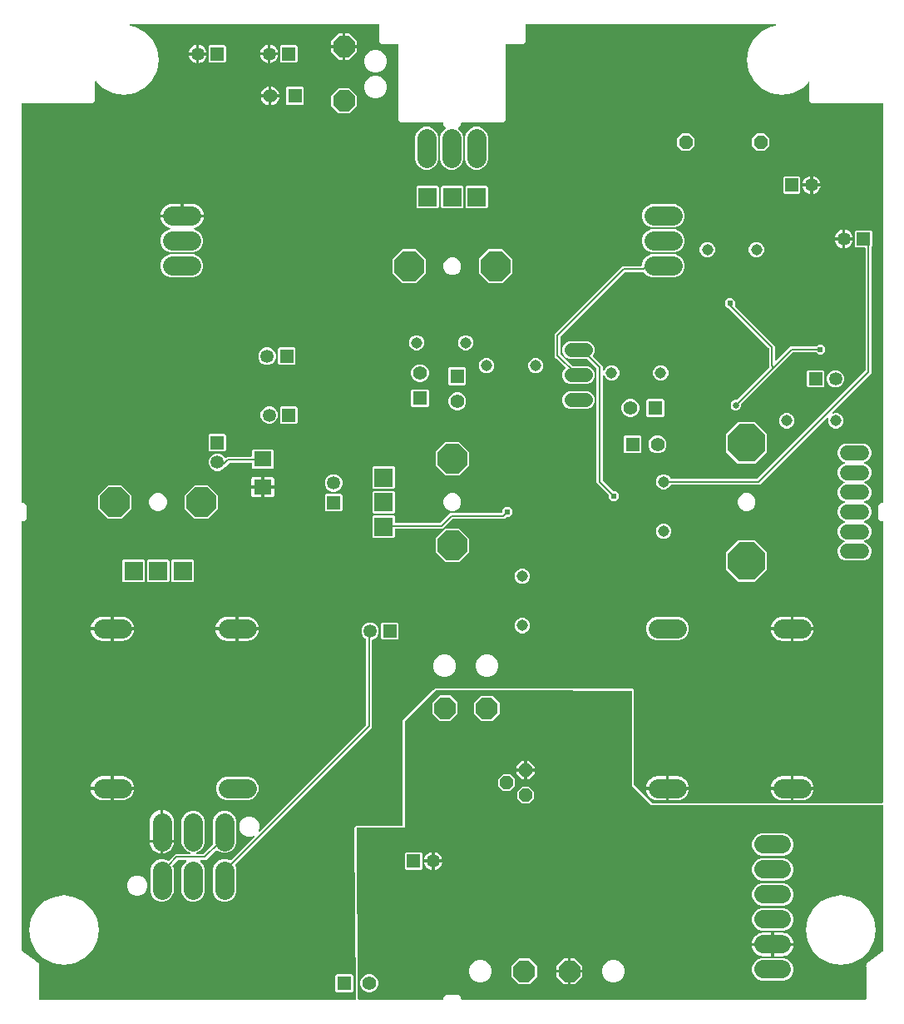
<source format=gbr>
G04 EAGLE Gerber X2 export*
%TF.Part,Single*%
%TF.FileFunction,Copper,L2,Bot,Mixed*%
%TF.FilePolarity,Positive*%
%TF.GenerationSoftware,Autodesk,EAGLE,9.2.2*%
%TF.CreationDate,2019-04-19T13:44:37Z*%
G75*
%MOMM*%
%FSLAX34Y34*%
%LPD*%
%INBottom Copper*%
%AMOC8*
5,1,8,0,0,1.08239X$1,22.5*%
G01*
%ADD10C,1.143000*%
%ADD11R,1.350000X1.350000*%
%ADD12C,1.350000*%
%ADD13C,1.408000*%
%ADD14R,1.408000X1.408000*%
%ADD15C,1.950000*%
%ADD16P,2.336880X8X112.500000*%
%ADD17R,1.879600X1.879600*%
%ADD18P,3.247170X8X292.500000*%
%ADD19P,2.336880X8X22.500000*%
%ADD20P,2.336880X8X202.500000*%
%ADD21C,1.508000*%
%ADD22P,4.123906X8X292.500000*%
%ADD23C,1.879600*%
%ADD24P,1.429621X8X112.500000*%
%ADD25P,3.247170X8X202.500000*%
%ADD26C,1.955800*%
%ADD27P,3.247170X8X112.500000*%
%ADD28C,1.422400*%
%ADD29P,1.429621X8X22.500000*%
%ADD30R,1.803000X1.600000*%
%ADD31C,0.604800*%
%ADD32C,0.203200*%
%ADD33C,0.654800*%

G36*
X343620Y4004D02*
X343620Y4004D01*
X343642Y4002D01*
X343741Y4024D01*
X343840Y4040D01*
X343860Y4051D01*
X343882Y4056D01*
X343969Y4108D01*
X344057Y4156D01*
X344073Y4172D01*
X344093Y4184D01*
X344157Y4261D01*
X344227Y4334D01*
X344236Y4355D01*
X344251Y4372D01*
X344288Y4466D01*
X344330Y4557D01*
X344333Y4580D01*
X344341Y4601D01*
X344359Y4768D01*
X343075Y176747D01*
X343064Y176812D01*
X343064Y178221D01*
X343064Y178223D01*
X343064Y178227D01*
X343055Y179389D01*
X343879Y180212D01*
X343880Y180214D01*
X343883Y180216D01*
X344699Y181046D01*
X345865Y181046D01*
X345867Y181046D01*
X345871Y181046D01*
X347231Y181056D01*
X347243Y181052D01*
X347275Y181053D01*
X347342Y181046D01*
X391444Y181046D01*
X391463Y181049D01*
X391483Y181047D01*
X391584Y181069D01*
X391686Y181085D01*
X391704Y181095D01*
X391724Y181099D01*
X391813Y181152D01*
X391904Y181200D01*
X391918Y181215D01*
X391935Y181225D01*
X392002Y181304D01*
X392073Y181379D01*
X392082Y181397D01*
X392095Y181412D01*
X392133Y181508D01*
X392177Y181602D01*
X392179Y181622D01*
X392186Y181640D01*
X392205Y181807D01*
X392205Y288164D01*
X422848Y318807D01*
X424719Y320677D01*
X506418Y320677D01*
X506446Y320682D01*
X507894Y320677D01*
X507895Y320677D01*
X507896Y320677D01*
X509334Y320677D01*
X509375Y320673D01*
X624837Y320313D01*
X624838Y320313D01*
X624839Y320313D01*
X626002Y320313D01*
X626826Y319483D01*
X626827Y319482D01*
X626828Y319481D01*
X627648Y318661D01*
X627644Y317496D01*
X627644Y317495D01*
X627644Y317494D01*
X627644Y222329D01*
X627659Y222239D01*
X627666Y222148D01*
X627679Y222118D01*
X627684Y222086D01*
X627727Y222005D01*
X627762Y221922D01*
X627788Y221889D01*
X627799Y221869D01*
X627822Y221847D01*
X627867Y221791D01*
X645630Y204027D01*
X645704Y203974D01*
X645774Y203915D01*
X645804Y203903D01*
X645830Y203884D01*
X645917Y203857D01*
X646002Y203823D01*
X646043Y203818D01*
X646065Y203811D01*
X646097Y203812D01*
X646169Y203804D01*
X880238Y203804D01*
X880258Y203808D01*
X880277Y203805D01*
X880379Y203827D01*
X880481Y203844D01*
X880498Y203853D01*
X880518Y203858D01*
X880607Y203911D01*
X880698Y203959D01*
X880712Y203974D01*
X880729Y203984D01*
X880796Y204063D01*
X880868Y204138D01*
X880876Y204156D01*
X880889Y204171D01*
X880928Y204267D01*
X880971Y204361D01*
X880973Y204380D01*
X880981Y204399D01*
X880999Y204566D01*
X880999Y490238D01*
X880996Y490258D01*
X880998Y490277D01*
X880976Y490379D01*
X880960Y490481D01*
X880950Y490498D01*
X880946Y490518D01*
X880893Y490607D01*
X880844Y490698D01*
X880830Y490712D01*
X880820Y490729D01*
X880741Y490796D01*
X880666Y490868D01*
X880648Y490876D01*
X880633Y490889D01*
X880537Y490928D01*
X880443Y490971D01*
X880423Y490973D01*
X880405Y490981D01*
X880238Y490999D01*
X878343Y490999D01*
X875999Y493343D01*
X875999Y506657D01*
X878343Y509001D01*
X880238Y509001D01*
X880258Y509004D01*
X880277Y509002D01*
X880379Y509024D01*
X880481Y509040D01*
X880498Y509050D01*
X880518Y509054D01*
X880607Y509107D01*
X880698Y509156D01*
X880712Y509170D01*
X880729Y509180D01*
X880796Y509259D01*
X880868Y509334D01*
X880876Y509352D01*
X880889Y509367D01*
X880928Y509463D01*
X880971Y509557D01*
X880973Y509577D01*
X880981Y509595D01*
X880999Y509762D01*
X880999Y915238D01*
X880997Y915249D01*
X880998Y915256D01*
X880997Y915264D01*
X880998Y915277D01*
X880976Y915379D01*
X880960Y915481D01*
X880950Y915498D01*
X880946Y915518D01*
X880893Y915607D01*
X880844Y915698D01*
X880830Y915712D01*
X880820Y915729D01*
X880741Y915796D01*
X880666Y915868D01*
X880648Y915876D01*
X880633Y915889D01*
X880537Y915928D01*
X880443Y915971D01*
X880423Y915973D01*
X880405Y915981D01*
X880238Y915999D01*
X808343Y915999D01*
X805999Y918343D01*
X805999Y936503D01*
X805988Y936574D01*
X805986Y936646D01*
X805968Y936695D01*
X805960Y936746D01*
X805926Y936809D01*
X805901Y936877D01*
X805869Y936917D01*
X805844Y936964D01*
X805792Y937013D01*
X805748Y937069D01*
X805704Y937097D01*
X805666Y937133D01*
X805601Y937163D01*
X805541Y937202D01*
X805490Y937215D01*
X805443Y937237D01*
X805372Y937244D01*
X805302Y937262D01*
X805250Y937258D01*
X805199Y937264D01*
X805128Y937248D01*
X805057Y937243D01*
X805009Y937222D01*
X804958Y937211D01*
X804897Y937175D01*
X804831Y937146D01*
X804775Y937102D01*
X804747Y937085D01*
X804732Y937067D01*
X804700Y937042D01*
X798897Y931238D01*
X788986Y926189D01*
X778000Y924449D01*
X767014Y926189D01*
X757103Y931238D01*
X749238Y939103D01*
X744189Y949014D01*
X742449Y960000D01*
X744189Y970986D01*
X749238Y980897D01*
X757103Y988762D01*
X767014Y993811D01*
X771275Y994486D01*
X771336Y994506D01*
X771399Y994517D01*
X771452Y994545D01*
X771509Y994563D01*
X771560Y994602D01*
X771616Y994632D01*
X771658Y994675D01*
X771706Y994711D01*
X771742Y994764D01*
X771786Y994810D01*
X771811Y994864D01*
X771845Y994914D01*
X771862Y994975D01*
X771889Y995033D01*
X771896Y995093D01*
X771912Y995150D01*
X771909Y995214D01*
X771916Y995277D01*
X771904Y995336D01*
X771901Y995396D01*
X771878Y995455D01*
X771864Y995518D01*
X771833Y995569D01*
X771812Y995625D01*
X771771Y995674D01*
X771738Y995729D01*
X771692Y995768D01*
X771654Y995814D01*
X771600Y995847D01*
X771551Y995889D01*
X771495Y995911D01*
X771444Y995943D01*
X771382Y995957D01*
X771323Y995981D01*
X771237Y995990D01*
X771205Y995998D01*
X771180Y995997D01*
X771156Y995999D01*
X517762Y995999D01*
X517742Y995996D01*
X517723Y995998D01*
X517621Y995976D01*
X517519Y995960D01*
X517502Y995950D01*
X517482Y995946D01*
X517393Y995893D01*
X517302Y995844D01*
X517288Y995830D01*
X517271Y995820D01*
X517204Y995741D01*
X517132Y995666D01*
X517124Y995648D01*
X517111Y995633D01*
X517072Y995537D01*
X517029Y995443D01*
X517027Y995423D01*
X517019Y995405D01*
X517001Y995238D01*
X517001Y978343D01*
X514657Y975999D01*
X497762Y975999D01*
X497742Y975996D01*
X497723Y975998D01*
X497621Y975976D01*
X497519Y975960D01*
X497502Y975950D01*
X497482Y975946D01*
X497393Y975893D01*
X497302Y975844D01*
X497288Y975830D01*
X497271Y975820D01*
X497204Y975741D01*
X497132Y975666D01*
X497124Y975648D01*
X497111Y975633D01*
X497072Y975537D01*
X497029Y975443D01*
X497027Y975423D01*
X497019Y975405D01*
X497001Y975238D01*
X497001Y898343D01*
X494657Y895999D01*
X452262Y895999D01*
X452242Y895996D01*
X452223Y895998D01*
X452121Y895976D01*
X452019Y895960D01*
X452002Y895950D01*
X451982Y895946D01*
X451893Y895893D01*
X451802Y895844D01*
X451788Y895830D01*
X451771Y895820D01*
X451704Y895741D01*
X451632Y895666D01*
X451624Y895648D01*
X451611Y895633D01*
X451572Y895537D01*
X451529Y895443D01*
X451527Y895423D01*
X451519Y895405D01*
X451501Y895238D01*
X451501Y893343D01*
X449145Y890987D01*
X449085Y890986D01*
X449036Y890968D01*
X448985Y890960D01*
X448921Y890926D01*
X448854Y890901D01*
X448813Y890869D01*
X448767Y890844D01*
X448718Y890792D01*
X448662Y890748D01*
X448634Y890704D01*
X448598Y890666D01*
X448568Y890601D01*
X448529Y890541D01*
X448516Y890490D01*
X448494Y890443D01*
X448486Y890372D01*
X448469Y890302D01*
X448473Y890250D01*
X448467Y890199D01*
X448482Y890128D01*
X448488Y890057D01*
X448508Y890009D01*
X448519Y889958D01*
X448556Y889897D01*
X448584Y889831D01*
X448629Y889775D01*
X448646Y889747D01*
X448663Y889732D01*
X448689Y889700D01*
X452021Y886368D01*
X453822Y882020D01*
X453822Y857756D01*
X452021Y853408D01*
X448693Y850080D01*
X444345Y848279D01*
X439639Y848279D01*
X435291Y850080D01*
X431963Y853408D01*
X430162Y857756D01*
X430162Y882020D01*
X431963Y886368D01*
X435291Y889696D01*
X435550Y889803D01*
X435589Y889827D01*
X435633Y889843D01*
X435693Y889892D01*
X435759Y889933D01*
X435789Y889968D01*
X435825Y889997D01*
X435867Y890062D01*
X435916Y890122D01*
X435933Y890165D01*
X435958Y890204D01*
X435977Y890279D01*
X436004Y890352D01*
X436006Y890398D01*
X436018Y890442D01*
X436012Y890520D01*
X436015Y890598D01*
X436002Y890642D01*
X435998Y890687D01*
X435968Y890759D01*
X435946Y890834D01*
X435920Y890872D01*
X435902Y890914D01*
X435817Y891020D01*
X435806Y891036D01*
X435802Y891039D01*
X435797Y891045D01*
X433499Y893343D01*
X433499Y895238D01*
X433496Y895258D01*
X433498Y895277D01*
X433476Y895379D01*
X433460Y895481D01*
X433450Y895498D01*
X433446Y895518D01*
X433393Y895607D01*
X433344Y895698D01*
X433330Y895712D01*
X433320Y895729D01*
X433241Y895796D01*
X433166Y895868D01*
X433148Y895876D01*
X433133Y895889D01*
X433037Y895928D01*
X432943Y895971D01*
X432923Y895973D01*
X432905Y895981D01*
X432738Y895999D01*
X390343Y895999D01*
X387999Y898343D01*
X387999Y975238D01*
X387996Y975258D01*
X387998Y975277D01*
X387976Y975379D01*
X387960Y975481D01*
X387950Y975498D01*
X387946Y975518D01*
X387893Y975607D01*
X387844Y975698D01*
X387830Y975712D01*
X387820Y975729D01*
X387741Y975796D01*
X387666Y975868D01*
X387648Y975876D01*
X387633Y975889D01*
X387537Y975928D01*
X387443Y975971D01*
X387423Y975973D01*
X387405Y975981D01*
X387238Y975999D01*
X370343Y975999D01*
X367999Y978343D01*
X367999Y995238D01*
X367996Y995258D01*
X367998Y995277D01*
X367976Y995379D01*
X367960Y995481D01*
X367950Y995498D01*
X367946Y995518D01*
X367893Y995607D01*
X367844Y995698D01*
X367830Y995712D01*
X367820Y995729D01*
X367741Y995796D01*
X367666Y995868D01*
X367648Y995876D01*
X367633Y995889D01*
X367537Y995928D01*
X367443Y995971D01*
X367423Y995973D01*
X367405Y995981D01*
X367238Y995999D01*
X114844Y995999D01*
X114781Y995989D01*
X114717Y995989D01*
X114660Y995969D01*
X114601Y995960D01*
X114545Y995930D01*
X114484Y995909D01*
X114437Y995872D01*
X114384Y995844D01*
X114340Y995798D01*
X114289Y995759D01*
X114256Y995710D01*
X114214Y995666D01*
X114187Y995608D01*
X114152Y995555D01*
X114136Y995497D01*
X114111Y995443D01*
X114104Y995380D01*
X114087Y995318D01*
X114090Y995258D01*
X114084Y995199D01*
X114097Y995136D01*
X114101Y995072D01*
X114123Y995017D01*
X114136Y994958D01*
X114169Y994903D01*
X114192Y994844D01*
X114231Y994799D01*
X114262Y994747D01*
X114310Y994706D01*
X114352Y994657D01*
X114403Y994626D01*
X114449Y994587D01*
X114508Y994563D01*
X114563Y994530D01*
X114646Y994508D01*
X114677Y994495D01*
X114701Y994493D01*
X114725Y994486D01*
X118986Y993811D01*
X128897Y988762D01*
X136762Y980897D01*
X141811Y970986D01*
X143551Y960000D01*
X141811Y949014D01*
X136762Y939103D01*
X128897Y931238D01*
X118986Y926189D01*
X108000Y924449D01*
X97014Y926189D01*
X87103Y931238D01*
X80300Y938042D01*
X80242Y938084D01*
X80190Y938133D01*
X80143Y938155D01*
X80101Y938185D01*
X80032Y938206D01*
X79967Y938237D01*
X79915Y938242D01*
X79865Y938258D01*
X79794Y938256D01*
X79723Y938264D01*
X79672Y938253D01*
X79620Y938251D01*
X79552Y938227D01*
X79482Y938211D01*
X79437Y938185D01*
X79389Y938167D01*
X79333Y938122D01*
X79271Y938085D01*
X79237Y938046D01*
X79197Y938013D01*
X79158Y937953D01*
X79111Y937898D01*
X79092Y937850D01*
X79064Y937806D01*
X79046Y937737D01*
X79019Y937670D01*
X79011Y937599D01*
X79003Y937568D01*
X79005Y937544D01*
X79001Y937503D01*
X79001Y918343D01*
X76657Y915999D01*
X4762Y915999D01*
X4742Y915996D01*
X4723Y915998D01*
X4621Y915976D01*
X4519Y915960D01*
X4502Y915950D01*
X4482Y915946D01*
X4393Y915893D01*
X4302Y915844D01*
X4288Y915830D01*
X4271Y915820D01*
X4204Y915741D01*
X4132Y915666D01*
X4124Y915648D01*
X4111Y915633D01*
X4072Y915537D01*
X4029Y915443D01*
X4027Y915423D01*
X4019Y915405D01*
X4001Y915238D01*
X4001Y509762D01*
X4004Y509742D01*
X4002Y509723D01*
X4024Y509621D01*
X4040Y509519D01*
X4050Y509502D01*
X4054Y509482D01*
X4107Y509393D01*
X4156Y509302D01*
X4170Y509288D01*
X4180Y509271D01*
X4259Y509204D01*
X4334Y509132D01*
X4352Y509124D01*
X4367Y509111D01*
X4463Y509072D01*
X4557Y509029D01*
X4577Y509027D01*
X4595Y509019D01*
X4762Y509001D01*
X6657Y509001D01*
X9001Y506657D01*
X9001Y493343D01*
X6657Y490999D01*
X4762Y490999D01*
X4742Y490996D01*
X4723Y490998D01*
X4621Y490976D01*
X4519Y490960D01*
X4502Y490950D01*
X4482Y490946D01*
X4393Y490893D01*
X4302Y490844D01*
X4288Y490830D01*
X4271Y490820D01*
X4204Y490741D01*
X4132Y490666D01*
X4124Y490648D01*
X4111Y490633D01*
X4072Y490537D01*
X4029Y490443D01*
X4027Y490423D01*
X4019Y490405D01*
X4001Y490238D01*
X4001Y54046D01*
X4006Y54012D01*
X4004Y53979D01*
X4026Y53892D01*
X4040Y53803D01*
X4056Y53773D01*
X4064Y53741D01*
X4113Y53665D01*
X4156Y53585D01*
X4180Y53562D01*
X4198Y53534D01*
X4324Y53423D01*
X19070Y43040D01*
X19094Y43028D01*
X19113Y43011D01*
X19204Y42975D01*
X19291Y42932D01*
X19317Y42929D01*
X19342Y42919D01*
X19508Y42901D01*
X19657Y42901D01*
X20539Y42019D01*
X20565Y42001D01*
X20639Y41935D01*
X21658Y41217D01*
X21684Y41070D01*
X21692Y41046D01*
X21694Y41020D01*
X21732Y40930D01*
X21764Y40838D01*
X21780Y40817D01*
X21791Y40793D01*
X21896Y40662D01*
X22001Y40557D01*
X22001Y39310D01*
X22006Y39279D01*
X22012Y39180D01*
X22225Y37952D01*
X22140Y37830D01*
X22128Y37806D01*
X22111Y37787D01*
X22075Y37696D01*
X22032Y37609D01*
X22029Y37583D01*
X22019Y37558D01*
X22001Y37392D01*
X22001Y4762D01*
X22004Y4742D01*
X22002Y4723D01*
X22024Y4621D01*
X22040Y4519D01*
X22050Y4502D01*
X22054Y4482D01*
X22107Y4393D01*
X22156Y4302D01*
X22170Y4288D01*
X22180Y4271D01*
X22259Y4204D01*
X22334Y4132D01*
X22352Y4124D01*
X22367Y4111D01*
X22463Y4072D01*
X22557Y4029D01*
X22577Y4027D01*
X22595Y4019D01*
X22762Y4001D01*
X343597Y4001D01*
X343620Y4004D01*
G37*
G36*
X432758Y4004D02*
X432758Y4004D01*
X432777Y4002D01*
X432879Y4024D01*
X432981Y4040D01*
X432998Y4050D01*
X433018Y4054D01*
X433107Y4107D01*
X433198Y4156D01*
X433212Y4170D01*
X433229Y4180D01*
X433296Y4259D01*
X433368Y4334D01*
X433376Y4352D01*
X433389Y4367D01*
X433428Y4463D01*
X433471Y4557D01*
X433473Y4577D01*
X433481Y4595D01*
X433499Y4762D01*
X433499Y6657D01*
X435843Y9001D01*
X449157Y9001D01*
X451501Y6657D01*
X451501Y4762D01*
X451504Y4742D01*
X451502Y4723D01*
X451524Y4621D01*
X451540Y4519D01*
X451550Y4502D01*
X451554Y4482D01*
X451607Y4393D01*
X451656Y4302D01*
X451670Y4288D01*
X451680Y4271D01*
X451759Y4204D01*
X451834Y4132D01*
X451852Y4124D01*
X451867Y4111D01*
X451963Y4072D01*
X452057Y4029D01*
X452077Y4027D01*
X452095Y4019D01*
X452262Y4001D01*
X863238Y4001D01*
X863258Y4004D01*
X863277Y4002D01*
X863379Y4024D01*
X863481Y4040D01*
X863498Y4050D01*
X863518Y4054D01*
X863607Y4107D01*
X863698Y4156D01*
X863712Y4170D01*
X863729Y4180D01*
X863796Y4259D01*
X863868Y4334D01*
X863876Y4352D01*
X863889Y4367D01*
X863928Y4463D01*
X863971Y4557D01*
X863973Y4577D01*
X863981Y4595D01*
X863999Y4762D01*
X863999Y37399D01*
X863995Y37424D01*
X863998Y37449D01*
X863975Y37545D01*
X863960Y37642D01*
X863948Y37664D01*
X863942Y37688D01*
X863862Y37835D01*
X863772Y37963D01*
X863988Y39185D01*
X863988Y39216D01*
X863999Y39317D01*
X863999Y40557D01*
X864110Y40667D01*
X864124Y40688D01*
X864144Y40704D01*
X864196Y40788D01*
X864253Y40867D01*
X864261Y40891D01*
X864274Y40913D01*
X864321Y41074D01*
X864348Y41227D01*
X865364Y41938D01*
X865387Y41960D01*
X865466Y42024D01*
X866343Y42901D01*
X866499Y42901D01*
X866524Y42905D01*
X866549Y42902D01*
X866645Y42925D01*
X866742Y42940D01*
X866764Y42952D01*
X866788Y42958D01*
X866935Y43038D01*
X880675Y52656D01*
X880699Y52680D01*
X880729Y52698D01*
X880787Y52765D01*
X880851Y52827D01*
X880866Y52858D01*
X880889Y52884D01*
X880922Y52967D01*
X880963Y53046D01*
X880968Y53081D01*
X880981Y53113D01*
X880999Y53279D01*
X880999Y200992D01*
X880996Y201011D01*
X880998Y201031D01*
X880976Y201132D01*
X880960Y201234D01*
X880950Y201252D01*
X880946Y201271D01*
X880893Y201360D01*
X880844Y201452D01*
X880830Y201465D01*
X880820Y201483D01*
X880741Y201550D01*
X880666Y201621D01*
X880648Y201630D01*
X880633Y201642D01*
X880537Y201681D01*
X880443Y201725D01*
X880423Y201727D01*
X880405Y201734D01*
X880238Y201753D01*
X645004Y201753D01*
X625593Y221164D01*
X625593Y317500D01*
X625590Y317519D01*
X625592Y317537D01*
X625570Y317639D01*
X625553Y317743D01*
X625544Y317759D01*
X625540Y317778D01*
X625487Y317868D01*
X625438Y317960D01*
X625424Y317973D01*
X625415Y317989D01*
X625335Y318057D01*
X625259Y318130D01*
X625242Y318137D01*
X625228Y318150D01*
X625131Y318189D01*
X625036Y318233D01*
X625018Y318235D01*
X625000Y318242D01*
X624834Y318261D01*
X507894Y318626D01*
X507893Y318626D01*
X507892Y318626D01*
X425884Y318626D01*
X425794Y318611D01*
X425703Y318604D01*
X425673Y318591D01*
X425641Y318586D01*
X425560Y318543D01*
X425476Y318508D01*
X425444Y318482D01*
X425424Y318471D01*
X425401Y318448D01*
X425345Y318403D01*
X394479Y287537D01*
X394426Y287463D01*
X394367Y287393D01*
X394355Y287363D01*
X394336Y287337D01*
X394309Y287250D01*
X394275Y287165D01*
X394270Y287124D01*
X394264Y287102D01*
X394264Y287070D01*
X394256Y286999D01*
X394256Y178994D01*
X345877Y178994D01*
X345854Y178990D01*
X345832Y178993D01*
X345733Y178971D01*
X345634Y178954D01*
X345614Y178944D01*
X345592Y178939D01*
X345506Y178886D01*
X345417Y178839D01*
X345401Y178823D01*
X345382Y178811D01*
X345317Y178734D01*
X345247Y178661D01*
X345238Y178640D01*
X345223Y178623D01*
X345186Y178529D01*
X345144Y178438D01*
X345141Y178415D01*
X345133Y178394D01*
X345116Y178227D01*
X346410Y4756D01*
X346413Y4739D01*
X346411Y4723D01*
X346434Y4619D01*
X346452Y4514D01*
X346460Y4499D01*
X346463Y4482D01*
X346518Y4391D01*
X346568Y4297D01*
X346581Y4286D01*
X346590Y4271D01*
X346670Y4202D01*
X346748Y4129D01*
X346763Y4122D01*
X346776Y4111D01*
X346875Y4071D01*
X346972Y4027D01*
X346989Y4026D01*
X347005Y4019D01*
X347171Y4001D01*
X432738Y4001D01*
X432758Y4004D01*
G37*
%LPC*%
G36*
X144453Y103699D02*
X144453Y103699D01*
X140115Y105496D01*
X136796Y108815D01*
X134999Y113153D01*
X134999Y137347D01*
X136796Y141685D01*
X140115Y145004D01*
X144453Y146801D01*
X149147Y146801D01*
X153074Y145174D01*
X153188Y145147D01*
X153302Y145119D01*
X153308Y145119D01*
X153314Y145118D01*
X153431Y145129D01*
X153547Y145138D01*
X153552Y145140D01*
X153559Y145141D01*
X153666Y145189D01*
X153773Y145234D01*
X153779Y145239D01*
X153784Y145241D01*
X153797Y145254D01*
X153904Y145339D01*
X160625Y152060D01*
X175377Y152060D01*
X175473Y152075D01*
X175570Y152085D01*
X175594Y152095D01*
X175619Y152099D01*
X175705Y152145D01*
X175794Y152185D01*
X175814Y152202D01*
X175837Y152215D01*
X175904Y152285D01*
X175976Y152351D01*
X175988Y152374D01*
X176006Y152393D01*
X176047Y152481D01*
X176094Y152567D01*
X176099Y152592D01*
X176110Y152616D01*
X176121Y152713D01*
X176138Y152809D01*
X176134Y152835D01*
X176137Y152860D01*
X176116Y152956D01*
X176102Y153052D01*
X176090Y153075D01*
X176085Y153101D01*
X176035Y153184D01*
X175991Y153271D01*
X175972Y153290D01*
X175959Y153312D01*
X175885Y153375D01*
X175815Y153443D01*
X175786Y153459D01*
X175772Y153472D01*
X175741Y153484D01*
X175668Y153524D01*
X172115Y154996D01*
X168796Y158315D01*
X166999Y162653D01*
X166999Y186847D01*
X168796Y191185D01*
X172115Y194504D01*
X176453Y196301D01*
X181147Y196301D01*
X185485Y194504D01*
X188804Y191185D01*
X190601Y186847D01*
X190601Y162653D01*
X188804Y158315D01*
X185485Y154996D01*
X181932Y153524D01*
X181849Y153473D01*
X181763Y153427D01*
X181745Y153408D01*
X181723Y153395D01*
X181661Y153320D01*
X181594Y153249D01*
X181583Y153225D01*
X181566Y153205D01*
X181531Y153114D01*
X181490Y153026D01*
X181487Y153000D01*
X181478Y152976D01*
X181474Y152878D01*
X181463Y152782D01*
X181469Y152756D01*
X181467Y152730D01*
X181495Y152636D01*
X181515Y152541D01*
X181529Y152519D01*
X181536Y152494D01*
X181592Y152414D01*
X181641Y152330D01*
X181661Y152313D01*
X181676Y152292D01*
X181754Y152233D01*
X181828Y152170D01*
X181853Y152160D01*
X181874Y152145D01*
X181966Y152115D01*
X182057Y152078D01*
X182089Y152075D01*
X182108Y152069D01*
X182141Y152069D01*
X182223Y152060D01*
X188883Y152060D01*
X188973Y152074D01*
X189064Y152082D01*
X189094Y152094D01*
X189126Y152099D01*
X189207Y152142D01*
X189291Y152178D01*
X189323Y152204D01*
X189344Y152215D01*
X189366Y152238D01*
X189422Y152283D01*
X198872Y161733D01*
X198940Y161828D01*
X199010Y161921D01*
X199012Y161927D01*
X199015Y161932D01*
X199050Y162044D01*
X199086Y162155D01*
X199086Y162162D01*
X199088Y162168D01*
X199085Y162284D01*
X199083Y162401D01*
X199081Y162408D01*
X199081Y162413D01*
X199075Y162431D01*
X199037Y162562D01*
X198999Y162653D01*
X198999Y186847D01*
X200796Y191185D01*
X204115Y194504D01*
X208453Y196301D01*
X213147Y196301D01*
X217485Y194504D01*
X220804Y191185D01*
X222601Y186847D01*
X222601Y162653D01*
X220804Y158315D01*
X217485Y154996D01*
X213147Y153199D01*
X208453Y153199D01*
X204115Y154996D01*
X203000Y156111D01*
X202984Y156122D01*
X202972Y156138D01*
X202885Y156194D01*
X202801Y156254D01*
X202782Y156260D01*
X202765Y156271D01*
X202664Y156296D01*
X202566Y156327D01*
X202546Y156326D01*
X202526Y156331D01*
X202423Y156323D01*
X202320Y156320D01*
X202301Y156313D01*
X202281Y156312D01*
X202186Y156272D01*
X202089Y156236D01*
X202073Y156223D01*
X202055Y156216D01*
X201924Y156111D01*
X191739Y145926D01*
X186400Y145926D01*
X186330Y145915D01*
X186258Y145913D01*
X186209Y145895D01*
X186158Y145887D01*
X186094Y145853D01*
X186027Y145828D01*
X185986Y145796D01*
X185940Y145771D01*
X185891Y145719D01*
X185835Y145675D01*
X185807Y145631D01*
X185771Y145593D01*
X185741Y145528D01*
X185702Y145468D01*
X185689Y145417D01*
X185667Y145370D01*
X185659Y145299D01*
X185642Y145229D01*
X185646Y145177D01*
X185640Y145126D01*
X185655Y145055D01*
X185661Y144984D01*
X185681Y144936D01*
X185692Y144885D01*
X185729Y144824D01*
X185757Y144758D01*
X185802Y144702D01*
X185819Y144674D01*
X185836Y144659D01*
X185862Y144627D01*
X188804Y141685D01*
X190601Y137347D01*
X190601Y113153D01*
X188804Y108815D01*
X185485Y105496D01*
X181147Y103699D01*
X176453Y103699D01*
X172115Y105496D01*
X168796Y108815D01*
X166999Y113153D01*
X166999Y137347D01*
X168796Y141685D01*
X171738Y144627D01*
X171780Y144685D01*
X171829Y144737D01*
X171851Y144784D01*
X171882Y144826D01*
X171903Y144895D01*
X171933Y144960D01*
X171939Y145012D01*
X171954Y145062D01*
X171952Y145133D01*
X171960Y145204D01*
X171949Y145255D01*
X171948Y145307D01*
X171923Y145375D01*
X171908Y145445D01*
X171881Y145490D01*
X171863Y145538D01*
X171818Y145594D01*
X171781Y145656D01*
X171742Y145690D01*
X171709Y145730D01*
X171649Y145769D01*
X171595Y145816D01*
X171546Y145835D01*
X171502Y145863D01*
X171433Y145881D01*
X171366Y145908D01*
X171295Y145916D01*
X171264Y145924D01*
X171241Y145922D01*
X171200Y145926D01*
X163481Y145926D01*
X163391Y145912D01*
X163300Y145904D01*
X163270Y145892D01*
X163238Y145887D01*
X163157Y145844D01*
X163073Y145808D01*
X163041Y145782D01*
X163020Y145771D01*
X162998Y145748D01*
X162942Y145703D01*
X157785Y140546D01*
X157717Y140452D01*
X157647Y140357D01*
X157645Y140351D01*
X157641Y140346D01*
X157607Y140235D01*
X157570Y140123D01*
X157571Y140117D01*
X157569Y140111D01*
X157572Y139994D01*
X157573Y139877D01*
X157575Y139870D01*
X157575Y139865D01*
X157581Y139847D01*
X157620Y139716D01*
X158601Y137347D01*
X158601Y113153D01*
X156804Y108815D01*
X153485Y105496D01*
X149147Y103699D01*
X144453Y103699D01*
G37*
%LPD*%
%LPC*%
G36*
X827014Y40689D02*
X827014Y40689D01*
X817103Y45738D01*
X809238Y53603D01*
X804189Y63514D01*
X802449Y74500D01*
X804189Y85486D01*
X809238Y95397D01*
X817103Y103262D01*
X827014Y108311D01*
X838000Y110051D01*
X848986Y108311D01*
X858897Y103262D01*
X866762Y95397D01*
X871811Y85486D01*
X873551Y74500D01*
X871811Y63514D01*
X866762Y53603D01*
X858897Y45738D01*
X848986Y40689D01*
X838000Y38949D01*
X827014Y40689D01*
G37*
%LPD*%
%LPC*%
G36*
X36014Y40689D02*
X36014Y40689D01*
X26103Y45738D01*
X18238Y53603D01*
X13189Y63514D01*
X11449Y74500D01*
X13189Y85486D01*
X18238Y95397D01*
X26103Y103262D01*
X36014Y108311D01*
X47000Y110051D01*
X57986Y108311D01*
X67897Y103262D01*
X75762Y95397D01*
X80811Y85486D01*
X82551Y74500D01*
X80811Y63514D01*
X75762Y53603D01*
X67897Y45738D01*
X57986Y40689D01*
X47000Y38949D01*
X36014Y40689D01*
G37*
%LPD*%
%LPC*%
G36*
X842554Y450406D02*
X842554Y450406D01*
X839029Y451866D01*
X836331Y454564D01*
X834871Y458089D01*
X834871Y461904D01*
X836331Y465429D01*
X839029Y468127D01*
X841844Y469293D01*
X841905Y469331D01*
X841971Y469360D01*
X842009Y469395D01*
X842053Y469423D01*
X842099Y469478D01*
X842152Y469527D01*
X842177Y469572D01*
X842210Y469612D01*
X842236Y469679D01*
X842270Y469742D01*
X842280Y469793D01*
X842298Y469842D01*
X842301Y469913D01*
X842314Y469984D01*
X842307Y470036D01*
X842309Y470088D01*
X842289Y470157D01*
X842278Y470227D01*
X842255Y470274D01*
X842240Y470324D01*
X842199Y470383D01*
X842167Y470447D01*
X842130Y470483D01*
X842100Y470526D01*
X842042Y470569D01*
X841991Y470619D01*
X841928Y470653D01*
X841903Y470673D01*
X841880Y470680D01*
X841844Y470700D01*
X839029Y471866D01*
X836331Y474564D01*
X834871Y478089D01*
X834871Y481904D01*
X836331Y485429D01*
X839029Y488127D01*
X841844Y489293D01*
X841905Y489331D01*
X841971Y489360D01*
X842009Y489395D01*
X842053Y489423D01*
X842099Y489478D01*
X842152Y489526D01*
X842177Y489572D01*
X842210Y489612D01*
X842236Y489679D01*
X842270Y489742D01*
X842280Y489793D01*
X842298Y489842D01*
X842301Y489913D01*
X842314Y489984D01*
X842307Y490036D01*
X842309Y490088D01*
X842289Y490156D01*
X842278Y490227D01*
X842255Y490274D01*
X842240Y490324D01*
X842199Y490383D01*
X842167Y490447D01*
X842130Y490483D01*
X842100Y490526D01*
X842042Y490569D01*
X841991Y490619D01*
X841928Y490653D01*
X841903Y490673D01*
X841880Y490680D01*
X841844Y490700D01*
X839029Y491866D01*
X836331Y494564D01*
X834871Y498089D01*
X834871Y501904D01*
X836331Y505429D01*
X839029Y508127D01*
X841844Y509293D01*
X841905Y509331D01*
X841971Y509360D01*
X842009Y509395D01*
X842053Y509423D01*
X842099Y509478D01*
X842152Y509527D01*
X842177Y509572D01*
X842210Y509612D01*
X842236Y509679D01*
X842270Y509742D01*
X842280Y509793D01*
X842298Y509842D01*
X842301Y509913D01*
X842314Y509984D01*
X842307Y510036D01*
X842309Y510088D01*
X842289Y510157D01*
X842278Y510227D01*
X842255Y510274D01*
X842240Y510324D01*
X842199Y510383D01*
X842167Y510447D01*
X842130Y510483D01*
X842100Y510526D01*
X842042Y510569D01*
X841991Y510619D01*
X841928Y510653D01*
X841903Y510673D01*
X841880Y510680D01*
X841844Y510700D01*
X839029Y511866D01*
X836331Y514564D01*
X834871Y518089D01*
X834871Y521904D01*
X836331Y525429D01*
X839029Y528127D01*
X841844Y529293D01*
X841905Y529331D01*
X841971Y529360D01*
X842009Y529395D01*
X842053Y529423D01*
X842099Y529478D01*
X842152Y529527D01*
X842177Y529572D01*
X842210Y529612D01*
X842236Y529679D01*
X842270Y529742D01*
X842280Y529793D01*
X842298Y529842D01*
X842301Y529913D01*
X842314Y529984D01*
X842307Y530036D01*
X842309Y530088D01*
X842289Y530157D01*
X842278Y530227D01*
X842255Y530274D01*
X842240Y530324D01*
X842199Y530383D01*
X842167Y530447D01*
X842130Y530483D01*
X842100Y530526D01*
X842042Y530569D01*
X841991Y530619D01*
X841928Y530653D01*
X841903Y530673D01*
X841880Y530680D01*
X841844Y530700D01*
X839029Y531866D01*
X836331Y534564D01*
X834871Y538089D01*
X834871Y541904D01*
X836331Y545429D01*
X839029Y548127D01*
X841844Y549293D01*
X841905Y549331D01*
X841971Y549360D01*
X842009Y549395D01*
X842053Y549423D01*
X842099Y549478D01*
X842152Y549526D01*
X842177Y549572D01*
X842210Y549612D01*
X842236Y549679D01*
X842270Y549742D01*
X842280Y549793D01*
X842298Y549842D01*
X842301Y549913D01*
X842314Y549984D01*
X842307Y550036D01*
X842309Y550088D01*
X842289Y550156D01*
X842278Y550227D01*
X842255Y550274D01*
X842240Y550324D01*
X842199Y550383D01*
X842167Y550447D01*
X842130Y550483D01*
X842100Y550526D01*
X842042Y550569D01*
X841991Y550619D01*
X841928Y550653D01*
X841903Y550673D01*
X841880Y550680D01*
X841844Y550700D01*
X839029Y551866D01*
X836331Y554564D01*
X834871Y558089D01*
X834871Y561904D01*
X836331Y565429D01*
X839029Y568127D01*
X842554Y569587D01*
X861450Y569587D01*
X864975Y568127D01*
X867672Y565429D01*
X869133Y561904D01*
X869133Y558089D01*
X867672Y554564D01*
X864975Y551866D01*
X862159Y550700D01*
X862098Y550662D01*
X862033Y550633D01*
X861995Y550598D01*
X861950Y550570D01*
X861905Y550515D01*
X861852Y550466D01*
X861827Y550421D01*
X861794Y550381D01*
X861768Y550314D01*
X861733Y550251D01*
X861724Y550200D01*
X861705Y550151D01*
X861702Y550080D01*
X861690Y550009D01*
X861697Y549957D01*
X861695Y549905D01*
X861715Y549836D01*
X861725Y549766D01*
X861749Y549719D01*
X861763Y549669D01*
X861804Y549610D01*
X861837Y549546D01*
X861874Y549510D01*
X861904Y549467D01*
X861961Y549424D01*
X862012Y549374D01*
X862075Y549339D01*
X862101Y549320D01*
X862123Y549313D01*
X862159Y549293D01*
X864975Y548127D01*
X867672Y545429D01*
X869133Y541904D01*
X869133Y538089D01*
X867672Y534564D01*
X864975Y531866D01*
X862159Y530700D01*
X862098Y530662D01*
X862033Y530633D01*
X861995Y530598D01*
X861950Y530570D01*
X861905Y530515D01*
X861852Y530466D01*
X861827Y530421D01*
X861794Y530381D01*
X861768Y530314D01*
X861733Y530251D01*
X861724Y530200D01*
X861705Y530151D01*
X861702Y530080D01*
X861690Y530009D01*
X861697Y529957D01*
X861695Y529905D01*
X861715Y529836D01*
X861725Y529766D01*
X861749Y529719D01*
X861763Y529669D01*
X861804Y529610D01*
X861837Y529546D01*
X861874Y529510D01*
X861904Y529467D01*
X861961Y529424D01*
X862012Y529374D01*
X862075Y529339D01*
X862101Y529320D01*
X862123Y529313D01*
X862159Y529293D01*
X864975Y528127D01*
X867672Y525429D01*
X869133Y521904D01*
X869133Y518089D01*
X867672Y514564D01*
X864975Y511866D01*
X862159Y510700D01*
X862098Y510662D01*
X862033Y510633D01*
X861995Y510598D01*
X861950Y510570D01*
X861905Y510515D01*
X861852Y510466D01*
X861827Y510421D01*
X861794Y510381D01*
X861768Y510314D01*
X861733Y510251D01*
X861724Y510200D01*
X861705Y510151D01*
X861702Y510080D01*
X861690Y510009D01*
X861697Y509957D01*
X861695Y509905D01*
X861715Y509836D01*
X861725Y509766D01*
X861749Y509719D01*
X861763Y509669D01*
X861804Y509610D01*
X861837Y509546D01*
X861874Y509510D01*
X861904Y509467D01*
X861961Y509424D01*
X862012Y509374D01*
X862075Y509339D01*
X862101Y509320D01*
X862123Y509313D01*
X862159Y509293D01*
X864975Y508127D01*
X867672Y505429D01*
X869133Y501904D01*
X869133Y498089D01*
X867672Y494564D01*
X864975Y491866D01*
X862159Y490700D01*
X862098Y490662D01*
X862033Y490633D01*
X861995Y490598D01*
X861950Y490570D01*
X861905Y490515D01*
X861852Y490466D01*
X861827Y490421D01*
X861793Y490381D01*
X861768Y490314D01*
X861733Y490251D01*
X861724Y490200D01*
X861705Y490151D01*
X861702Y490080D01*
X861690Y490009D01*
X861697Y489957D01*
X861695Y489905D01*
X861715Y489836D01*
X861725Y489766D01*
X861749Y489719D01*
X861763Y489669D01*
X861804Y489610D01*
X861837Y489546D01*
X861874Y489510D01*
X861904Y489467D01*
X861961Y489424D01*
X862012Y489374D01*
X862075Y489339D01*
X862101Y489320D01*
X862123Y489313D01*
X862159Y489293D01*
X864975Y488127D01*
X867672Y485429D01*
X869133Y481904D01*
X869133Y478089D01*
X867672Y474564D01*
X864975Y471866D01*
X862159Y470700D01*
X862098Y470662D01*
X862033Y470633D01*
X861995Y470598D01*
X861950Y470570D01*
X861905Y470515D01*
X861852Y470466D01*
X861827Y470421D01*
X861793Y470381D01*
X861768Y470314D01*
X861733Y470251D01*
X861724Y470200D01*
X861705Y470151D01*
X861702Y470080D01*
X861690Y470009D01*
X861697Y469957D01*
X861695Y469905D01*
X861715Y469836D01*
X861725Y469766D01*
X861749Y469719D01*
X861763Y469669D01*
X861804Y469610D01*
X861837Y469546D01*
X861874Y469510D01*
X861904Y469467D01*
X861961Y469424D01*
X862012Y469374D01*
X862075Y469339D01*
X862101Y469320D01*
X862123Y469313D01*
X862159Y469293D01*
X864975Y468127D01*
X867672Y465429D01*
X869133Y461904D01*
X869133Y458089D01*
X867672Y454564D01*
X864975Y451866D01*
X861450Y450406D01*
X842554Y450406D01*
G37*
%LPD*%
%LPC*%
G36*
X208453Y103699D02*
X208453Y103699D01*
X204115Y105496D01*
X200796Y108815D01*
X198999Y113153D01*
X198999Y137347D01*
X200796Y141685D01*
X204115Y145004D01*
X208453Y146801D01*
X213147Y146801D01*
X216295Y145497D01*
X216409Y145470D01*
X216522Y145442D01*
X216529Y145442D01*
X216535Y145441D01*
X216651Y145452D01*
X216768Y145461D01*
X216773Y145463D01*
X216780Y145464D01*
X216887Y145512D01*
X216994Y145557D01*
X217000Y145562D01*
X217004Y145564D01*
X217018Y145576D01*
X217125Y145662D01*
X240891Y169428D01*
X240935Y169490D01*
X240969Y169525D01*
X240977Y169543D01*
X241010Y169582D01*
X241020Y169607D01*
X241035Y169628D01*
X241064Y169721D01*
X241098Y169812D01*
X241100Y169838D01*
X241107Y169863D01*
X241105Y169961D01*
X241109Y170058D01*
X241102Y170083D01*
X241101Y170109D01*
X241067Y170201D01*
X241040Y170294D01*
X241025Y170315D01*
X241016Y170340D01*
X240956Y170416D01*
X240900Y170496D01*
X240879Y170512D01*
X240863Y170532D01*
X240781Y170585D01*
X240703Y170643D01*
X240678Y170651D01*
X240656Y170665D01*
X240561Y170689D01*
X240469Y170719D01*
X240443Y170719D01*
X240417Y170725D01*
X240320Y170718D01*
X240223Y170717D01*
X240191Y170708D01*
X240172Y170706D01*
X240142Y170693D01*
X240079Y170675D01*
X240078Y170675D01*
X240062Y170670D01*
X237839Y169749D01*
X233761Y169749D01*
X229993Y171310D01*
X227110Y174193D01*
X225549Y177961D01*
X225549Y182039D01*
X227110Y185807D01*
X229993Y188690D01*
X233761Y190251D01*
X237839Y190251D01*
X241607Y188690D01*
X244490Y185807D01*
X246051Y182039D01*
X246051Y177961D01*
X245130Y175738D01*
X245108Y175643D01*
X245079Y175550D01*
X245080Y175524D01*
X245074Y175499D01*
X245083Y175402D01*
X245086Y175304D01*
X245094Y175280D01*
X245097Y175254D01*
X245137Y175165D01*
X245170Y175073D01*
X245186Y175053D01*
X245197Y175029D01*
X245263Y174957D01*
X245324Y174881D01*
X245346Y174867D01*
X245363Y174848D01*
X245449Y174801D01*
X245531Y174748D01*
X245556Y174742D01*
X245579Y174729D01*
X245675Y174712D01*
X245769Y174688D01*
X245795Y174690D01*
X245821Y174686D01*
X245917Y174700D01*
X246014Y174707D01*
X246038Y174718D01*
X246064Y174722D01*
X246151Y174766D01*
X246241Y174804D01*
X246266Y174824D01*
X246284Y174833D01*
X246307Y174857D01*
X246372Y174909D01*
X354541Y283078D01*
X354594Y283152D01*
X354654Y283222D01*
X354666Y283252D01*
X354685Y283278D01*
X354712Y283365D01*
X354746Y283450D01*
X354750Y283491D01*
X354757Y283513D01*
X354756Y283545D01*
X354764Y283617D01*
X354764Y370483D01*
X354746Y370598D01*
X354728Y370714D01*
X354726Y370720D01*
X354725Y370726D01*
X354670Y370829D01*
X354617Y370933D01*
X354612Y370938D01*
X354609Y370943D01*
X354524Y371024D01*
X354441Y371106D01*
X354435Y371109D01*
X354431Y371113D01*
X354414Y371121D01*
X354294Y371187D01*
X353917Y371343D01*
X351441Y373819D01*
X350101Y377053D01*
X350101Y380554D01*
X351441Y383789D01*
X353917Y386265D01*
X357151Y387605D01*
X360653Y387605D01*
X363887Y386265D01*
X366363Y383789D01*
X367703Y380554D01*
X367703Y377053D01*
X366363Y373819D01*
X363887Y371343D01*
X361368Y370299D01*
X361268Y370238D01*
X361168Y370178D01*
X361164Y370173D01*
X361159Y370170D01*
X361084Y370080D01*
X361008Y369991D01*
X361006Y369985D01*
X361002Y369980D01*
X360960Y369872D01*
X360916Y369763D01*
X360915Y369755D01*
X360914Y369751D01*
X360913Y369732D01*
X360898Y369596D01*
X360898Y280761D01*
X221462Y141325D01*
X221394Y141231D01*
X221324Y141136D01*
X221322Y141130D01*
X221318Y141125D01*
X221284Y141014D01*
X221248Y140902D01*
X221248Y140896D01*
X221246Y140890D01*
X221249Y140773D01*
X221250Y140656D01*
X221252Y140649D01*
X221252Y140644D01*
X221259Y140627D01*
X221297Y140495D01*
X222601Y137347D01*
X222601Y113153D01*
X220804Y108815D01*
X217485Y105496D01*
X213147Y103699D01*
X208453Y103699D01*
G37*
%LPD*%
%LPC*%
G36*
X656314Y522872D02*
X656314Y522872D01*
X653460Y524054D01*
X651275Y526239D01*
X650093Y529093D01*
X650093Y532182D01*
X651275Y535037D01*
X653460Y537221D01*
X656314Y538403D01*
X659404Y538403D01*
X662258Y537221D01*
X664442Y535037D01*
X664800Y534174D01*
X664861Y534074D01*
X664921Y533975D01*
X664926Y533971D01*
X664929Y533965D01*
X665020Y533890D01*
X665108Y533815D01*
X665114Y533812D01*
X665119Y533808D01*
X665227Y533767D01*
X665336Y533723D01*
X665344Y533722D01*
X665348Y533720D01*
X665367Y533719D01*
X665503Y533704D01*
X752929Y533704D01*
X753019Y533719D01*
X753110Y533726D01*
X753140Y533739D01*
X753172Y533744D01*
X753252Y533787D01*
X753336Y533822D01*
X753368Y533848D01*
X753389Y533859D01*
X753411Y533882D01*
X753467Y533927D01*
X863019Y643479D01*
X863072Y643553D01*
X863131Y643622D01*
X863144Y643652D01*
X863162Y643679D01*
X863189Y643765D01*
X863223Y643850D01*
X863228Y643891D01*
X863235Y643914D01*
X863234Y643946D01*
X863242Y644017D01*
X863242Y768021D01*
X863239Y768041D01*
X863241Y768061D01*
X863219Y768162D01*
X863202Y768264D01*
X863193Y768282D01*
X863189Y768301D01*
X863135Y768390D01*
X863087Y768482D01*
X863073Y768495D01*
X863062Y768512D01*
X862984Y768580D01*
X862909Y768651D01*
X862891Y768659D01*
X862875Y768672D01*
X862779Y768711D01*
X862686Y768755D01*
X862666Y768757D01*
X862647Y768764D01*
X862481Y768783D01*
X853472Y768783D01*
X852270Y769984D01*
X852270Y785183D01*
X853472Y786384D01*
X868670Y786384D01*
X869872Y785183D01*
X869872Y769984D01*
X869598Y769711D01*
X869545Y769637D01*
X869486Y769567D01*
X869474Y769537D01*
X869455Y769511D01*
X869428Y769424D01*
X869394Y769339D01*
X869389Y769298D01*
X869382Y769276D01*
X869383Y769244D01*
X869375Y769172D01*
X869375Y641161D01*
X829573Y601359D01*
X829516Y601280D01*
X829454Y601205D01*
X829445Y601181D01*
X829430Y601159D01*
X829401Y601067D01*
X829366Y600975D01*
X829365Y600949D01*
X829357Y600924D01*
X829360Y600827D01*
X829356Y600730D01*
X829363Y600705D01*
X829364Y600678D01*
X829397Y600587D01*
X829424Y600493D01*
X829439Y600472D01*
X829448Y600447D01*
X829509Y600371D01*
X829565Y600291D01*
X829586Y600276D01*
X829602Y600255D01*
X829684Y600203D01*
X829762Y600145D01*
X829787Y600137D01*
X829809Y600122D01*
X829903Y600099D01*
X829996Y600068D01*
X830022Y600069D01*
X830047Y600062D01*
X830144Y600070D01*
X830242Y600071D01*
X830273Y600080D01*
X830293Y600081D01*
X830323Y600094D01*
X830403Y600118D01*
X831360Y600514D01*
X834450Y600514D01*
X837304Y599332D01*
X839489Y597147D01*
X840671Y594293D01*
X840671Y591204D01*
X839489Y588350D01*
X837304Y586165D01*
X834450Y584983D01*
X831360Y584983D01*
X828506Y586165D01*
X826322Y588350D01*
X825139Y591204D01*
X825139Y594293D01*
X825536Y595251D01*
X825544Y595284D01*
X825545Y595287D01*
X825546Y595292D01*
X825558Y595345D01*
X825587Y595439D01*
X825586Y595465D01*
X825592Y595490D01*
X825583Y595587D01*
X825581Y595685D01*
X825572Y595709D01*
X825569Y595735D01*
X825530Y595824D01*
X825496Y595916D01*
X825480Y595936D01*
X825469Y595960D01*
X825403Y596032D01*
X825342Y596108D01*
X825320Y596122D01*
X825303Y596141D01*
X825218Y596188D01*
X825136Y596241D01*
X825110Y596247D01*
X825087Y596260D01*
X824992Y596277D01*
X824897Y596301D01*
X824871Y596299D01*
X824845Y596303D01*
X824749Y596289D01*
X824652Y596282D01*
X824628Y596271D01*
X824602Y596267D01*
X824515Y596223D01*
X824425Y596185D01*
X824400Y596165D01*
X824383Y596156D01*
X824360Y596132D01*
X824295Y596080D01*
X755785Y527571D01*
X665503Y527571D01*
X665388Y527552D01*
X665272Y527535D01*
X665266Y527532D01*
X665260Y527531D01*
X665157Y527477D01*
X665053Y527423D01*
X665048Y527419D01*
X665043Y527416D01*
X664963Y527332D01*
X664880Y527248D01*
X664877Y527241D01*
X664873Y527238D01*
X664866Y527221D01*
X664800Y527101D01*
X664442Y526239D01*
X662258Y524054D01*
X659404Y522872D01*
X656314Y522872D01*
G37*
%LPD*%
%LPC*%
G36*
X561975Y630087D02*
X561975Y630087D01*
X558607Y631482D01*
X556030Y634060D01*
X554635Y637427D01*
X554635Y641072D01*
X556030Y644440D01*
X557450Y645860D01*
X557461Y645876D01*
X557477Y645889D01*
X557533Y645976D01*
X557593Y646060D01*
X557599Y646079D01*
X557610Y646095D01*
X557635Y646196D01*
X557666Y646295D01*
X557665Y646315D01*
X557670Y646334D01*
X557662Y646437D01*
X557659Y646541D01*
X557652Y646559D01*
X557651Y646579D01*
X557610Y646674D01*
X557575Y646772D01*
X557562Y646787D01*
X557554Y646806D01*
X557450Y646936D01*
X548638Y655748D01*
X546618Y657768D01*
X546618Y680923D01*
X615768Y750073D01*
X635022Y750073D01*
X635042Y750076D01*
X635061Y750074D01*
X635163Y750096D01*
X635265Y750112D01*
X635282Y750122D01*
X635302Y750126D01*
X635391Y750179D01*
X635482Y750228D01*
X635496Y750242D01*
X635513Y750252D01*
X635580Y750331D01*
X635652Y750406D01*
X635660Y750424D01*
X635673Y750439D01*
X635712Y750535D01*
X635755Y750629D01*
X635757Y750649D01*
X635765Y750667D01*
X635783Y750834D01*
X635783Y752523D01*
X637584Y756871D01*
X640912Y760199D01*
X645260Y762000D01*
X669524Y762000D01*
X673872Y760199D01*
X677200Y756871D01*
X679001Y752523D01*
X679001Y747817D01*
X677200Y743469D01*
X673872Y740141D01*
X669524Y738340D01*
X645260Y738340D01*
X640912Y740141D01*
X637584Y743469D01*
X637523Y743569D01*
X637463Y743669D01*
X637458Y743673D01*
X637454Y743678D01*
X637365Y743753D01*
X637276Y743829D01*
X637270Y743831D01*
X637265Y743835D01*
X637157Y743877D01*
X637048Y743921D01*
X637040Y743922D01*
X637035Y743923D01*
X637017Y743924D01*
X636881Y743939D01*
X618624Y743939D01*
X618534Y743925D01*
X618443Y743917D01*
X618413Y743905D01*
X618381Y743900D01*
X618300Y743857D01*
X618216Y743821D01*
X618184Y743795D01*
X618163Y743784D01*
X618160Y743781D01*
X618141Y743760D01*
X618085Y743716D01*
X552975Y678606D01*
X552922Y678532D01*
X552862Y678462D01*
X552850Y678432D01*
X552831Y678406D01*
X552804Y678319D01*
X552770Y678234D01*
X552766Y678193D01*
X552759Y678171D01*
X552760Y678139D01*
X552752Y678067D01*
X552752Y660624D01*
X552766Y660534D01*
X552774Y660443D01*
X552786Y660413D01*
X552791Y660381D01*
X552834Y660300D01*
X552870Y660216D01*
X552896Y660184D01*
X552907Y660164D01*
X552930Y660141D01*
X552975Y660085D01*
X564425Y648636D01*
X564499Y648582D01*
X564568Y648523D01*
X564598Y648511D01*
X564624Y648492D01*
X564711Y648465D01*
X564796Y648431D01*
X564837Y648427D01*
X564859Y648420D01*
X564892Y648420D01*
X564963Y648413D01*
X579844Y648413D01*
X583212Y647018D01*
X585789Y644440D01*
X587184Y641072D01*
X587184Y637427D01*
X585789Y634060D01*
X583212Y631482D01*
X579844Y630087D01*
X561975Y630087D01*
G37*
%LPD*%
%LPC*%
G36*
X604731Y511298D02*
X604731Y511298D01*
X601758Y514271D01*
X601758Y516795D01*
X601744Y516885D01*
X601736Y516976D01*
X601724Y517006D01*
X601719Y517038D01*
X601676Y517119D01*
X601640Y517203D01*
X601614Y517235D01*
X601603Y517256D01*
X601580Y517278D01*
X601535Y517334D01*
X589479Y529390D01*
X589479Y645411D01*
X589465Y645501D01*
X589457Y645592D01*
X589445Y645622D01*
X589440Y645654D01*
X589397Y645735D01*
X589361Y645819D01*
X589335Y645851D01*
X589324Y645872D01*
X589301Y645894D01*
X589256Y645950D01*
X579942Y655264D01*
X579868Y655317D01*
X579798Y655377D01*
X579768Y655389D01*
X579742Y655408D01*
X579655Y655434D01*
X579570Y655469D01*
X579529Y655473D01*
X579507Y655480D01*
X579475Y655479D01*
X579404Y655487D01*
X561975Y655487D01*
X558607Y656882D01*
X556030Y659460D01*
X554635Y662827D01*
X554635Y666472D01*
X556030Y669840D01*
X558607Y672418D01*
X561975Y673813D01*
X579844Y673813D01*
X583212Y672418D01*
X585789Y669840D01*
X587184Y666472D01*
X587184Y662827D01*
X585789Y659460D01*
X585643Y659313D01*
X585632Y659297D01*
X585616Y659285D01*
X585560Y659198D01*
X585500Y659114D01*
X585494Y659095D01*
X585483Y659078D01*
X585458Y658978D01*
X585427Y658879D01*
X585428Y658859D01*
X585423Y658839D01*
X585431Y658736D01*
X585434Y658633D01*
X585440Y658614D01*
X585442Y658594D01*
X585482Y658499D01*
X585518Y658402D01*
X585531Y658386D01*
X585538Y658368D01*
X585643Y658237D01*
X593593Y650287D01*
X595613Y648267D01*
X595613Y643559D01*
X595628Y643463D01*
X595638Y643366D01*
X595648Y643342D01*
X595652Y643317D01*
X595698Y643231D01*
X595738Y643142D01*
X595755Y643122D01*
X595768Y643099D01*
X595838Y643032D01*
X595904Y642961D01*
X595927Y642948D01*
X595946Y642930D01*
X596034Y642889D01*
X596120Y642842D01*
X596145Y642837D01*
X596169Y642826D01*
X596266Y642816D01*
X596362Y642798D01*
X596388Y642802D01*
X596413Y642799D01*
X596509Y642820D01*
X596605Y642834D01*
X596628Y642846D01*
X596654Y642851D01*
X596737Y642901D01*
X596824Y642946D01*
X596843Y642964D01*
X596865Y642978D01*
X596928Y643052D01*
X596996Y643121D01*
X597012Y643150D01*
X597025Y643165D01*
X597037Y643195D01*
X597077Y643268D01*
X598128Y645804D01*
X600312Y647989D01*
X603167Y649171D01*
X606256Y649171D01*
X609110Y647989D01*
X611295Y645804D01*
X612477Y642950D01*
X612477Y639861D01*
X611295Y637006D01*
X609110Y634822D01*
X606256Y633640D01*
X603167Y633640D01*
X600312Y634822D01*
X598128Y637006D01*
X597077Y639542D01*
X597026Y639625D01*
X596980Y639711D01*
X596961Y639729D01*
X596948Y639752D01*
X596873Y639814D01*
X596802Y639881D01*
X596778Y639892D01*
X596758Y639908D01*
X596667Y639943D01*
X596579Y639984D01*
X596553Y639987D01*
X596529Y639997D01*
X596431Y640001D01*
X596335Y640011D01*
X596309Y640006D01*
X596283Y640007D01*
X596189Y639980D01*
X596094Y639959D01*
X596072Y639946D01*
X596047Y639938D01*
X595967Y639883D01*
X595883Y639833D01*
X595866Y639813D01*
X595845Y639798D01*
X595786Y639720D01*
X595723Y639646D01*
X595713Y639622D01*
X595698Y639601D01*
X595668Y639508D01*
X595631Y639418D01*
X595628Y639385D01*
X595622Y639367D01*
X595622Y639334D01*
X595613Y639251D01*
X595613Y532246D01*
X595627Y532156D01*
X595635Y532065D01*
X595647Y532035D01*
X595652Y532003D01*
X595695Y531922D01*
X595731Y531838D01*
X595757Y531806D01*
X595768Y531785D01*
X595791Y531763D01*
X595836Y531707D01*
X605872Y521671D01*
X605946Y521618D01*
X606016Y521558D01*
X606046Y521546D01*
X606072Y521527D01*
X606159Y521500D01*
X606244Y521466D01*
X606285Y521462D01*
X606307Y521455D01*
X606339Y521456D01*
X606411Y521448D01*
X608935Y521448D01*
X611908Y518475D01*
X611908Y514271D01*
X608935Y511298D01*
X604731Y511298D01*
G37*
%LPD*%
%LPC*%
G36*
X733262Y548896D02*
X733262Y548896D01*
X720901Y561256D01*
X720901Y578737D01*
X733262Y591097D01*
X750742Y591097D01*
X763103Y578737D01*
X763103Y561256D01*
X750742Y548896D01*
X733262Y548896D01*
G37*
%LPD*%
%LPC*%
G36*
X733262Y428896D02*
X733262Y428896D01*
X720901Y441256D01*
X720901Y458737D01*
X733262Y471097D01*
X750742Y471097D01*
X763103Y458737D01*
X763103Y441256D01*
X750742Y428896D01*
X733262Y428896D01*
G37*
%LPD*%
%LPC*%
G36*
X155260Y763740D02*
X155260Y763740D01*
X150912Y765541D01*
X147584Y768869D01*
X145783Y773217D01*
X145783Y777923D01*
X147584Y782271D01*
X150912Y785599D01*
X155333Y787430D01*
X155365Y787450D01*
X155401Y787462D01*
X155469Y787514D01*
X155542Y787560D01*
X155566Y787589D01*
X155596Y787612D01*
X155644Y787683D01*
X155699Y787749D01*
X155712Y787785D01*
X155734Y787816D01*
X155756Y787899D01*
X155787Y787979D01*
X155789Y788017D01*
X155799Y788053D01*
X155794Y788139D01*
X155797Y788224D01*
X155787Y788261D01*
X155785Y788299D01*
X155753Y788378D01*
X155729Y788461D01*
X155707Y788492D01*
X155693Y788527D01*
X155637Y788592D01*
X155589Y788663D01*
X155558Y788685D01*
X155533Y788714D01*
X155460Y788758D01*
X155391Y788809D01*
X155355Y788821D01*
X155322Y788841D01*
X155161Y788885D01*
X154728Y788954D01*
X152884Y789553D01*
X151156Y790433D01*
X149587Y791573D01*
X148216Y792944D01*
X147076Y794513D01*
X146196Y796241D01*
X145597Y798085D01*
X145381Y799447D01*
X166630Y799447D01*
X166650Y799450D01*
X166669Y799448D01*
X166771Y799470D01*
X166873Y799487D01*
X166890Y799496D01*
X166910Y799500D01*
X166999Y799553D01*
X167090Y799602D01*
X167104Y799616D01*
X167121Y799626D01*
X167188Y799705D01*
X167259Y799780D01*
X167268Y799798D01*
X167281Y799813D01*
X167319Y799909D01*
X167363Y800003D01*
X167365Y800023D01*
X167373Y800041D01*
X167391Y800208D01*
X167391Y800971D01*
X167393Y800971D01*
X167393Y800208D01*
X167396Y800188D01*
X167394Y800169D01*
X167416Y800067D01*
X167433Y799965D01*
X167442Y799948D01*
X167446Y799928D01*
X167499Y799839D01*
X167548Y799748D01*
X167562Y799734D01*
X167572Y799717D01*
X167651Y799650D01*
X167726Y799579D01*
X167744Y799570D01*
X167759Y799557D01*
X167855Y799518D01*
X167949Y799475D01*
X167969Y799473D01*
X167987Y799465D01*
X168154Y799447D01*
X189403Y799447D01*
X189187Y798085D01*
X188588Y796241D01*
X187708Y794513D01*
X186568Y792944D01*
X185197Y791573D01*
X183628Y790433D01*
X181900Y789553D01*
X180056Y788954D01*
X179623Y788885D01*
X179587Y788873D01*
X179549Y788870D01*
X179471Y788835D01*
X179390Y788808D01*
X179359Y788785D01*
X179325Y788770D01*
X179262Y788712D01*
X179193Y788660D01*
X179172Y788629D01*
X179144Y788603D01*
X179102Y788528D01*
X179054Y788458D01*
X179043Y788421D01*
X179025Y788388D01*
X179010Y788303D01*
X178986Y788221D01*
X178988Y788183D01*
X178981Y788146D01*
X178994Y788061D01*
X178998Y787975D01*
X179012Y787940D01*
X179017Y787902D01*
X179056Y787826D01*
X179087Y787746D01*
X179111Y787717D01*
X179129Y787683D01*
X179190Y787623D01*
X179245Y787557D01*
X179277Y787537D01*
X179304Y787511D01*
X179451Y787430D01*
X183872Y785599D01*
X187200Y782271D01*
X189001Y777923D01*
X189001Y773217D01*
X187200Y768869D01*
X183872Y765541D01*
X179524Y763740D01*
X155260Y763740D01*
G37*
%LPD*%
%LPC*%
G36*
X730151Y603286D02*
X730151Y603286D01*
X728194Y604097D01*
X726696Y605595D01*
X725885Y607552D01*
X725885Y609670D01*
X726696Y611627D01*
X728194Y613125D01*
X730151Y613936D01*
X731882Y613936D01*
X731972Y613950D01*
X732063Y613957D01*
X732093Y613970D01*
X732125Y613975D01*
X732206Y614018D01*
X732290Y614054D01*
X732322Y614079D01*
X732342Y614090D01*
X732365Y614114D01*
X732421Y614158D01*
X764979Y646717D01*
X764991Y646733D01*
X765007Y646746D01*
X765041Y646800D01*
X765069Y646829D01*
X765086Y646866D01*
X765123Y646917D01*
X765129Y646936D01*
X765140Y646953D01*
X765155Y647014D01*
X765173Y647052D01*
X765177Y647093D01*
X765195Y647152D01*
X765195Y647172D01*
X765200Y647191D01*
X765195Y647253D01*
X765200Y647296D01*
X765190Y647339D01*
X765189Y647398D01*
X765182Y647417D01*
X765180Y647436D01*
X765157Y647490D01*
X765147Y647537D01*
X765123Y647577D01*
X765104Y647629D01*
X765092Y647645D01*
X765084Y647663D01*
X765037Y647722D01*
X765021Y647748D01*
X765005Y647762D01*
X765005Y665821D01*
X764991Y665911D01*
X764983Y666002D01*
X764971Y666032D01*
X764966Y666064D01*
X764923Y666145D01*
X764887Y666229D01*
X764861Y666261D01*
X764850Y666282D01*
X764827Y666304D01*
X764782Y666360D01*
X724131Y707011D01*
X724057Y707064D01*
X723987Y707124D01*
X723957Y707136D01*
X723931Y707155D01*
X723844Y707182D01*
X723759Y707216D01*
X723718Y707220D01*
X723696Y707227D01*
X723664Y707226D01*
X723592Y707234D01*
X723109Y707234D01*
X720136Y710207D01*
X720136Y714411D01*
X723109Y717384D01*
X727313Y717384D01*
X730286Y714411D01*
X730286Y710024D01*
X730270Y709973D01*
X730270Y709952D01*
X730265Y709933D01*
X730273Y709830D01*
X730276Y709727D01*
X730283Y709708D01*
X730285Y709688D01*
X730325Y709593D01*
X730360Y709496D01*
X730373Y709480D01*
X730381Y709461D01*
X730486Y709330D01*
X771139Y668677D01*
X771139Y654714D01*
X771150Y654644D01*
X771152Y654572D01*
X771170Y654523D01*
X771178Y654472D01*
X771212Y654408D01*
X771237Y654341D01*
X771269Y654300D01*
X771294Y654254D01*
X771346Y654205D01*
X771390Y654149D01*
X771434Y654121D01*
X771472Y654085D01*
X771537Y654055D01*
X771597Y654016D01*
X771648Y654003D01*
X771695Y653981D01*
X771766Y653973D01*
X771836Y653956D01*
X771888Y653960D01*
X771939Y653954D01*
X772010Y653969D01*
X772081Y653975D01*
X772129Y653995D01*
X772180Y654006D01*
X772241Y654043D01*
X772307Y654071D01*
X772363Y654116D01*
X772391Y654133D01*
X772406Y654150D01*
X772438Y654176D01*
X786695Y668433D01*
X812631Y668433D01*
X812721Y668447D01*
X812812Y668455D01*
X812841Y668467D01*
X812873Y668472D01*
X812954Y668515D01*
X813038Y668551D01*
X813070Y668577D01*
X813091Y668588D01*
X813113Y668611D01*
X813169Y668656D01*
X814954Y670441D01*
X819158Y670441D01*
X822131Y667468D01*
X822131Y663264D01*
X819158Y660291D01*
X814954Y660291D01*
X813169Y662076D01*
X813095Y662129D01*
X813026Y662189D01*
X812995Y662201D01*
X812969Y662220D01*
X812882Y662247D01*
X812797Y662281D01*
X812756Y662285D01*
X812734Y662292D01*
X812702Y662291D01*
X812631Y662299D01*
X789551Y662299D01*
X789461Y662285D01*
X789370Y662277D01*
X789340Y662265D01*
X789308Y662260D01*
X789227Y662217D01*
X789143Y662181D01*
X789111Y662155D01*
X789091Y662144D01*
X789068Y662121D01*
X789013Y662076D01*
X736758Y609821D01*
X736705Y609748D01*
X736645Y609678D01*
X736633Y609648D01*
X736614Y609622D01*
X736587Y609535D01*
X736553Y609450D01*
X736549Y609409D01*
X736542Y609387D01*
X736543Y609354D01*
X736535Y609283D01*
X736535Y607552D01*
X735724Y605595D01*
X734226Y604097D01*
X732269Y603286D01*
X730151Y603286D01*
G37*
%LPD*%
%LPC*%
G36*
X362253Y473551D02*
X362253Y473551D01*
X361051Y474753D01*
X361051Y495247D01*
X362253Y496449D01*
X382747Y496449D01*
X383949Y495247D01*
X383949Y489586D01*
X383952Y489566D01*
X383950Y489547D01*
X383972Y489445D01*
X383988Y489343D01*
X383998Y489326D01*
X384002Y489306D01*
X384055Y489217D01*
X384104Y489126D01*
X384118Y489112D01*
X384128Y489095D01*
X384207Y489028D01*
X384282Y488956D01*
X384300Y488948D01*
X384315Y488935D01*
X384411Y488896D01*
X384505Y488853D01*
X384525Y488851D01*
X384543Y488843D01*
X384710Y488825D01*
X429721Y488825D01*
X429811Y488839D01*
X429902Y488847D01*
X429932Y488859D01*
X429964Y488864D01*
X430045Y488907D01*
X430129Y488943D01*
X430161Y488969D01*
X430182Y488980D01*
X430204Y489003D01*
X430260Y489048D01*
X440242Y499030D01*
X492824Y499030D01*
X492844Y499033D01*
X492863Y499031D01*
X492965Y499053D01*
X493067Y499069D01*
X493084Y499079D01*
X493104Y499083D01*
X493193Y499136D01*
X493284Y499185D01*
X493298Y499199D01*
X493315Y499209D01*
X493382Y499288D01*
X493454Y499363D01*
X493462Y499381D01*
X493475Y499396D01*
X493514Y499492D01*
X493557Y499586D01*
X493559Y499606D01*
X493567Y499624D01*
X493585Y499791D01*
X493585Y502147D01*
X496558Y505120D01*
X500762Y505120D01*
X503735Y502147D01*
X503735Y497943D01*
X500762Y494970D01*
X498238Y494970D01*
X498148Y494956D01*
X498057Y494948D01*
X498027Y494936D01*
X497995Y494931D01*
X497914Y494888D01*
X497830Y494852D01*
X497798Y494826D01*
X497777Y494815D01*
X497755Y494792D01*
X497699Y494747D01*
X495848Y492896D01*
X443098Y492896D01*
X443008Y492882D01*
X442917Y492874D01*
X442887Y492862D01*
X442855Y492857D01*
X442774Y492814D01*
X442690Y492778D01*
X442658Y492752D01*
X442637Y492741D01*
X442615Y492718D01*
X442559Y492673D01*
X432577Y482691D01*
X384710Y482691D01*
X384690Y482688D01*
X384671Y482690D01*
X384569Y482668D01*
X384467Y482652D01*
X384450Y482642D01*
X384430Y482638D01*
X384341Y482585D01*
X384250Y482536D01*
X384236Y482522D01*
X384219Y482512D01*
X384152Y482433D01*
X384080Y482358D01*
X384072Y482340D01*
X384059Y482325D01*
X384020Y482229D01*
X383977Y482135D01*
X383975Y482115D01*
X383967Y482097D01*
X383949Y481930D01*
X383949Y474753D01*
X382747Y473551D01*
X362253Y473551D01*
G37*
%LPD*%
%LPC*%
G36*
X91937Y492949D02*
X91937Y492949D01*
X81949Y502937D01*
X81949Y517063D01*
X91937Y527051D01*
X106063Y527051D01*
X116051Y517063D01*
X116051Y502937D01*
X106063Y492949D01*
X91937Y492949D01*
G37*
%LPD*%
%LPC*%
G36*
X479437Y732949D02*
X479437Y732949D01*
X469449Y742937D01*
X469449Y757063D01*
X479437Y767051D01*
X493563Y767051D01*
X503551Y757063D01*
X503551Y742937D01*
X493563Y732949D01*
X479437Y732949D01*
G37*
%LPD*%
%LPC*%
G36*
X435437Y448949D02*
X435437Y448949D01*
X425449Y458937D01*
X425449Y473063D01*
X435437Y483051D01*
X449563Y483051D01*
X459551Y473063D01*
X459551Y458937D01*
X449563Y448949D01*
X435437Y448949D01*
G37*
%LPD*%
%LPC*%
G36*
X391437Y732949D02*
X391437Y732949D01*
X381449Y742937D01*
X381449Y757063D01*
X391437Y767051D01*
X405563Y767051D01*
X415551Y757063D01*
X415551Y742937D01*
X405563Y732949D01*
X391437Y732949D01*
G37*
%LPD*%
%LPC*%
G36*
X435437Y536949D02*
X435437Y536949D01*
X425449Y546937D01*
X425449Y561063D01*
X435437Y571051D01*
X449563Y571051D01*
X459551Y561063D01*
X459551Y546937D01*
X449563Y536949D01*
X435437Y536949D01*
G37*
%LPD*%
%LPC*%
G36*
X179937Y492949D02*
X179937Y492949D01*
X169949Y502937D01*
X169949Y517063D01*
X179937Y527051D01*
X194063Y527051D01*
X204051Y517063D01*
X204051Y502937D01*
X194063Y492949D01*
X179937Y492949D01*
G37*
%LPD*%
%LPC*%
G36*
X645260Y789140D02*
X645260Y789140D01*
X640912Y790941D01*
X637584Y794269D01*
X635783Y798617D01*
X635783Y803323D01*
X637584Y807671D01*
X640912Y810999D01*
X645260Y812800D01*
X669524Y812800D01*
X673872Y810999D01*
X677200Y807671D01*
X679001Y803323D01*
X679001Y798617D01*
X677200Y794269D01*
X673872Y790941D01*
X669524Y789140D01*
X645260Y789140D01*
G37*
%LPD*%
%LPC*%
G36*
X465039Y848279D02*
X465039Y848279D01*
X460691Y850080D01*
X457363Y853408D01*
X455562Y857756D01*
X455562Y882020D01*
X457363Y886368D01*
X460691Y889696D01*
X465039Y891497D01*
X469745Y891497D01*
X474093Y889696D01*
X477421Y886368D01*
X479222Y882020D01*
X479222Y857756D01*
X477421Y853408D01*
X474093Y850080D01*
X469745Y848279D01*
X465039Y848279D01*
G37*
%LPD*%
%LPC*%
G36*
X645260Y763740D02*
X645260Y763740D01*
X640912Y765541D01*
X637584Y768869D01*
X635783Y773217D01*
X635783Y777923D01*
X637584Y782271D01*
X640912Y785599D01*
X645260Y787400D01*
X669524Y787400D01*
X673872Y785599D01*
X677200Y782271D01*
X679001Y777923D01*
X679001Y773217D01*
X677200Y768869D01*
X673872Y765541D01*
X669524Y763740D01*
X645260Y763740D01*
G37*
%LPD*%
%LPC*%
G36*
X155260Y738340D02*
X155260Y738340D01*
X150912Y740141D01*
X147584Y743469D01*
X145783Y747817D01*
X145783Y752523D01*
X147584Y756871D01*
X150912Y760199D01*
X155260Y762000D01*
X179524Y762000D01*
X183872Y760199D01*
X187200Y756871D01*
X189001Y752523D01*
X189001Y747817D01*
X187200Y743469D01*
X183872Y740141D01*
X179524Y738340D01*
X155260Y738340D01*
G37*
%LPD*%
%LPC*%
G36*
X414239Y848279D02*
X414239Y848279D01*
X409891Y850080D01*
X406563Y853408D01*
X404762Y857756D01*
X404762Y882020D01*
X406563Y886368D01*
X409891Y889696D01*
X414239Y891497D01*
X418945Y891497D01*
X423293Y889696D01*
X426621Y886368D01*
X428422Y882020D01*
X428422Y857756D01*
X426621Y853408D01*
X423293Y850080D01*
X418945Y848279D01*
X414239Y848279D01*
G37*
%LPD*%
%LPC*%
G36*
X649403Y369349D02*
X649403Y369349D01*
X645065Y371146D01*
X641746Y374465D01*
X639949Y378803D01*
X639949Y383497D01*
X641746Y387835D01*
X645065Y391154D01*
X649403Y392951D01*
X673597Y392951D01*
X677935Y391154D01*
X681254Y387835D01*
X683051Y383497D01*
X683051Y378803D01*
X681254Y374465D01*
X677935Y371146D01*
X673597Y369349D01*
X649403Y369349D01*
G37*
%LPD*%
%LPC*%
G36*
X211403Y207049D02*
X211403Y207049D01*
X207065Y208846D01*
X203746Y212165D01*
X201949Y216503D01*
X201949Y221197D01*
X203746Y225535D01*
X207065Y228854D01*
X211403Y230651D01*
X235597Y230651D01*
X239935Y228854D01*
X243254Y225535D01*
X245051Y221197D01*
X245051Y216503D01*
X243254Y212165D01*
X239935Y208846D01*
X235597Y207049D01*
X211403Y207049D01*
G37*
%LPD*%
%LPC*%
G36*
X201675Y541765D02*
X201675Y541765D01*
X198440Y543105D01*
X195965Y545581D01*
X194625Y548815D01*
X194625Y552317D01*
X195965Y555551D01*
X198440Y558027D01*
X201675Y559367D01*
X205176Y559367D01*
X208411Y558027D01*
X210886Y555551D01*
X210896Y555528D01*
X210920Y555489D01*
X210936Y555446D01*
X210985Y555385D01*
X211026Y555319D01*
X211061Y555289D01*
X211090Y555253D01*
X211155Y555211D01*
X211215Y555162D01*
X211258Y555145D01*
X211297Y555120D01*
X211372Y555101D01*
X211445Y555074D01*
X211491Y555072D01*
X211535Y555060D01*
X211613Y555066D01*
X211690Y555063D01*
X211735Y555076D01*
X211780Y555080D01*
X211852Y555110D01*
X211927Y555132D01*
X211964Y555158D01*
X212007Y555176D01*
X212114Y555261D01*
X212129Y555272D01*
X212132Y555276D01*
X212138Y555281D01*
X213035Y556178D01*
X237756Y556178D01*
X237775Y556181D01*
X237795Y556179D01*
X237896Y556201D01*
X237998Y556217D01*
X238016Y556227D01*
X238035Y556231D01*
X238124Y556284D01*
X238216Y556333D01*
X238229Y556347D01*
X238247Y556357D01*
X238314Y556436D01*
X238385Y556511D01*
X238394Y556529D01*
X238406Y556544D01*
X238445Y556640D01*
X238489Y556734D01*
X238491Y556754D01*
X238498Y556772D01*
X238517Y556939D01*
X238517Y562550D01*
X239718Y563751D01*
X259447Y563751D01*
X260648Y562550D01*
X260648Y544851D01*
X259447Y543650D01*
X239718Y543650D01*
X238517Y544851D01*
X238517Y549283D01*
X238514Y549303D01*
X238516Y549322D01*
X238494Y549424D01*
X238477Y549526D01*
X238468Y549543D01*
X238464Y549563D01*
X238410Y549652D01*
X238362Y549743D01*
X238348Y549757D01*
X238337Y549774D01*
X238259Y549841D01*
X238184Y549913D01*
X238166Y549921D01*
X238151Y549934D01*
X238054Y549973D01*
X237961Y550016D01*
X237941Y550018D01*
X237922Y550026D01*
X237756Y550044D01*
X215891Y550044D01*
X215801Y550030D01*
X215710Y550022D01*
X215680Y550010D01*
X215648Y550005D01*
X215567Y549962D01*
X215483Y549926D01*
X215451Y549900D01*
X215430Y549889D01*
X215408Y549866D01*
X215352Y549821D01*
X211482Y545951D01*
X211438Y545943D01*
X211322Y545926D01*
X211316Y545924D01*
X211310Y545923D01*
X211208Y545868D01*
X211103Y545815D01*
X211098Y545810D01*
X211093Y545807D01*
X211012Y545723D01*
X210931Y545639D01*
X210927Y545633D01*
X210923Y545629D01*
X210916Y545612D01*
X210913Y545608D01*
X208411Y543105D01*
X205176Y541765D01*
X201675Y541765D01*
G37*
%LPD*%
%LPC*%
G36*
X757021Y124817D02*
X757021Y124817D01*
X752813Y126560D01*
X749592Y129781D01*
X747849Y133989D01*
X747849Y138543D01*
X749592Y142751D01*
X752813Y145972D01*
X757021Y147715D01*
X780371Y147715D01*
X784579Y145972D01*
X787800Y142751D01*
X789543Y138543D01*
X789543Y133989D01*
X787800Y129781D01*
X784579Y126560D01*
X780371Y124817D01*
X757021Y124817D01*
G37*
%LPD*%
%LPC*%
G36*
X757021Y99417D02*
X757021Y99417D01*
X752813Y101160D01*
X749592Y104381D01*
X747849Y108589D01*
X747849Y113143D01*
X749592Y117351D01*
X752813Y120572D01*
X757021Y122315D01*
X780371Y122315D01*
X784579Y120572D01*
X787800Y117351D01*
X789543Y113143D01*
X789543Y108589D01*
X787800Y104381D01*
X784579Y101160D01*
X780371Y99417D01*
X757021Y99417D01*
G37*
%LPD*%
%LPC*%
G36*
X757021Y23217D02*
X757021Y23217D01*
X752813Y24960D01*
X749592Y28181D01*
X747849Y32389D01*
X747849Y36943D01*
X749592Y41151D01*
X752813Y44372D01*
X757021Y46115D01*
X780371Y46115D01*
X784579Y44372D01*
X787800Y41151D01*
X789543Y36943D01*
X789543Y32389D01*
X787800Y28181D01*
X784579Y24960D01*
X780371Y23217D01*
X757021Y23217D01*
G37*
%LPD*%
%LPC*%
G36*
X757021Y74017D02*
X757021Y74017D01*
X752813Y75760D01*
X749592Y78981D01*
X747849Y83189D01*
X747849Y87743D01*
X749592Y91951D01*
X752813Y95172D01*
X757021Y96915D01*
X780371Y96915D01*
X784579Y95172D01*
X787800Y91951D01*
X789543Y87743D01*
X789543Y83189D01*
X787800Y78981D01*
X784579Y75760D01*
X780371Y74017D01*
X757021Y74017D01*
G37*
%LPD*%
%LPC*%
G36*
X757021Y150217D02*
X757021Y150217D01*
X752813Y151960D01*
X749592Y155181D01*
X747849Y159389D01*
X747849Y163943D01*
X749592Y168151D01*
X752813Y171372D01*
X757021Y173115D01*
X780371Y173115D01*
X784579Y171372D01*
X787800Y168151D01*
X789543Y163943D01*
X789543Y159389D01*
X787800Y155181D01*
X784579Y151960D01*
X780371Y150217D01*
X757021Y150217D01*
G37*
%LPD*%
%LPC*%
G36*
X472459Y287485D02*
X472459Y287485D01*
X464934Y295010D01*
X464934Y305652D01*
X472459Y313177D01*
X483101Y313177D01*
X490626Y305652D01*
X490626Y295010D01*
X483101Y287485D01*
X472459Y287485D01*
G37*
%LPD*%
%LPC*%
G36*
X326969Y905157D02*
X326969Y905157D01*
X319444Y912682D01*
X319444Y923324D01*
X326969Y930849D01*
X337611Y930849D01*
X345136Y923324D01*
X345136Y912682D01*
X337611Y905157D01*
X326969Y905157D01*
G37*
%LPD*%
%LPC*%
G36*
X510553Y20009D02*
X510553Y20009D01*
X503028Y27534D01*
X503028Y38175D01*
X510553Y45700D01*
X521195Y45700D01*
X528719Y38175D01*
X528719Y27534D01*
X521195Y20009D01*
X510553Y20009D01*
G37*
%LPD*%
%LPC*%
G36*
X429971Y287522D02*
X429971Y287522D01*
X422446Y295047D01*
X422446Y305689D01*
X429971Y313213D01*
X440613Y313213D01*
X448138Y305689D01*
X448138Y295047D01*
X440613Y287522D01*
X429971Y287522D01*
G37*
%LPD*%
%LPC*%
G36*
X561975Y604687D02*
X561975Y604687D01*
X558607Y606082D01*
X556030Y608660D01*
X554635Y612027D01*
X554635Y615672D01*
X556030Y619040D01*
X558607Y621618D01*
X561975Y623013D01*
X579844Y623013D01*
X583212Y621618D01*
X585789Y619040D01*
X587184Y615672D01*
X587184Y612027D01*
X585789Y608660D01*
X583212Y606082D01*
X579844Y604687D01*
X561975Y604687D01*
G37*
%LPD*%
%LPC*%
G36*
X362253Y498551D02*
X362253Y498551D01*
X361051Y499753D01*
X361051Y520247D01*
X362253Y521449D01*
X382747Y521449D01*
X383949Y520247D01*
X383949Y499753D01*
X382747Y498551D01*
X362253Y498551D01*
G37*
%LPD*%
%LPC*%
G36*
X107753Y428551D02*
X107753Y428551D01*
X106551Y429753D01*
X106551Y450247D01*
X107753Y451449D01*
X128247Y451449D01*
X129449Y450247D01*
X129449Y429753D01*
X128247Y428551D01*
X107753Y428551D01*
G37*
%LPD*%
%LPC*%
G36*
X132753Y428551D02*
X132753Y428551D01*
X131551Y429753D01*
X131551Y450247D01*
X132753Y451449D01*
X153247Y451449D01*
X154449Y450247D01*
X154449Y429753D01*
X153247Y428551D01*
X132753Y428551D01*
G37*
%LPD*%
%LPC*%
G36*
X157753Y428551D02*
X157753Y428551D01*
X156551Y429753D01*
X156551Y450247D01*
X157753Y451449D01*
X178247Y451449D01*
X179449Y450247D01*
X179449Y429753D01*
X178247Y428551D01*
X157753Y428551D01*
G37*
%LPD*%
%LPC*%
G36*
X407253Y808551D02*
X407253Y808551D01*
X406051Y809753D01*
X406051Y830247D01*
X407253Y831449D01*
X427747Y831449D01*
X428949Y830247D01*
X428949Y809753D01*
X427747Y808551D01*
X407253Y808551D01*
G37*
%LPD*%
%LPC*%
G36*
X432253Y808551D02*
X432253Y808551D01*
X431051Y809753D01*
X431051Y830247D01*
X432253Y831449D01*
X452747Y831449D01*
X453949Y830247D01*
X453949Y809753D01*
X452747Y808551D01*
X432253Y808551D01*
G37*
%LPD*%
%LPC*%
G36*
X362253Y523551D02*
X362253Y523551D01*
X361051Y524753D01*
X361051Y545247D01*
X362253Y546449D01*
X382747Y546449D01*
X383949Y545247D01*
X383949Y524753D01*
X382747Y523551D01*
X362253Y523551D01*
G37*
%LPD*%
%LPC*%
G36*
X457253Y808551D02*
X457253Y808551D01*
X456051Y809753D01*
X456051Y830247D01*
X457253Y831449D01*
X477747Y831449D01*
X478949Y830247D01*
X478949Y809753D01*
X477747Y808551D01*
X457253Y808551D01*
G37*
%LPD*%
%LPC*%
G36*
X432567Y331870D02*
X432567Y331870D01*
X428340Y333620D01*
X425105Y336856D01*
X423354Y341083D01*
X423354Y345658D01*
X425105Y349885D01*
X428340Y353120D01*
X432567Y354871D01*
X437143Y354871D01*
X441370Y353120D01*
X444605Y349885D01*
X446356Y345658D01*
X446356Y341083D01*
X444605Y336856D01*
X441370Y333620D01*
X437143Y331870D01*
X432567Y331870D01*
G37*
%LPD*%
%LPC*%
G36*
X604181Y21354D02*
X604181Y21354D01*
X599954Y23105D01*
X596719Y26340D01*
X594968Y30567D01*
X594968Y35142D01*
X596719Y39369D01*
X599954Y42604D01*
X604181Y44355D01*
X608757Y44355D01*
X612984Y42604D01*
X616219Y39369D01*
X617970Y35142D01*
X617970Y30567D01*
X616219Y26340D01*
X612984Y23105D01*
X608757Y21354D01*
X604181Y21354D01*
G37*
%LPD*%
%LPC*%
G36*
X475492Y332200D02*
X475492Y332200D01*
X471265Y333951D01*
X468030Y337186D01*
X466279Y341413D01*
X466279Y345989D01*
X468030Y350216D01*
X471265Y353451D01*
X475492Y355202D01*
X480068Y355202D01*
X484295Y353451D01*
X487530Y350216D01*
X489281Y345989D01*
X489281Y341413D01*
X487530Y337186D01*
X484295Y333951D01*
X480068Y332200D01*
X475492Y332200D01*
G37*
%LPD*%
%LPC*%
G36*
X362232Y920858D02*
X362232Y920858D01*
X358005Y922609D01*
X354770Y925844D01*
X353019Y930072D01*
X353019Y934647D01*
X354770Y938874D01*
X358005Y942109D01*
X362232Y943860D01*
X366808Y943860D01*
X371035Y942109D01*
X374270Y938874D01*
X376021Y934647D01*
X376021Y930072D01*
X374270Y925844D01*
X371035Y922609D01*
X366808Y920858D01*
X362232Y920858D01*
G37*
%LPD*%
%LPC*%
G36*
X468796Y21354D02*
X468796Y21354D01*
X464569Y23105D01*
X461334Y26340D01*
X459583Y30567D01*
X459583Y35142D01*
X461334Y39369D01*
X464569Y42604D01*
X468796Y44355D01*
X473372Y44355D01*
X477599Y42604D01*
X480834Y39369D01*
X482585Y35142D01*
X482585Y30567D01*
X480834Y26340D01*
X477599Y23105D01*
X473372Y21354D01*
X468796Y21354D01*
G37*
%LPD*%
%LPC*%
G36*
X362232Y946931D02*
X362232Y946931D01*
X358005Y948681D01*
X354770Y951917D01*
X353019Y956144D01*
X353019Y960719D01*
X354770Y964946D01*
X358005Y968181D01*
X362232Y969932D01*
X366808Y969932D01*
X371035Y968181D01*
X374270Y964946D01*
X376021Y960719D01*
X376021Y956144D01*
X374270Y951917D01*
X371035Y948681D01*
X366808Y946931D01*
X362232Y946931D01*
G37*
%LPD*%
%LPC*%
G36*
X119761Y109749D02*
X119761Y109749D01*
X115993Y111310D01*
X113110Y114193D01*
X111549Y117961D01*
X111549Y122039D01*
X113110Y125807D01*
X115993Y128690D01*
X119761Y130251D01*
X123839Y130251D01*
X127607Y128690D01*
X130490Y125807D01*
X132051Y122039D01*
X132051Y117961D01*
X130490Y114193D01*
X127607Y111310D01*
X123839Y109749D01*
X119761Y109749D01*
G37*
%LPD*%
%LPC*%
G36*
X439548Y628953D02*
X439548Y628953D01*
X438347Y630155D01*
X438347Y645934D01*
X439548Y647135D01*
X455327Y647135D01*
X456528Y645934D01*
X456528Y630155D01*
X455327Y628953D01*
X439548Y628953D01*
G37*
%LPD*%
%LPC*%
G36*
X324668Y11615D02*
X324668Y11615D01*
X323467Y12816D01*
X323467Y28595D01*
X324668Y29796D01*
X340447Y29796D01*
X341648Y28595D01*
X341648Y12816D01*
X340447Y11615D01*
X324668Y11615D01*
G37*
%LPD*%
%LPC*%
G36*
X401884Y606545D02*
X401884Y606545D01*
X400682Y607746D01*
X400682Y623525D01*
X401884Y624726D01*
X417662Y624726D01*
X418864Y623525D01*
X418864Y607746D01*
X417662Y606545D01*
X401884Y606545D01*
G37*
%LPD*%
%LPC*%
G36*
X641395Y596603D02*
X641395Y596603D01*
X640194Y597804D01*
X640194Y613583D01*
X641395Y614785D01*
X657174Y614785D01*
X658375Y613583D01*
X658375Y597804D01*
X657174Y596603D01*
X641395Y596603D01*
G37*
%LPD*%
%LPC*%
G36*
X274471Y913958D02*
X274471Y913958D01*
X273270Y915159D01*
X273270Y930938D01*
X274471Y932139D01*
X290250Y932139D01*
X291451Y930938D01*
X291451Y915159D01*
X290250Y913958D01*
X274471Y913958D01*
G37*
%LPD*%
%LPC*%
G36*
X618117Y559704D02*
X618117Y559704D01*
X616916Y560905D01*
X616916Y576684D01*
X618117Y577885D01*
X633896Y577885D01*
X635097Y576684D01*
X635097Y560905D01*
X633896Y559704D01*
X618117Y559704D01*
G37*
%LPD*%
%LPC*%
G36*
X371303Y370003D02*
X371303Y370003D01*
X370101Y371204D01*
X370101Y386403D01*
X371303Y387605D01*
X386501Y387605D01*
X387703Y386403D01*
X387703Y371204D01*
X386501Y370003D01*
X371303Y370003D01*
G37*
%LPD*%
%LPC*%
G36*
X268438Y957019D02*
X268438Y957019D01*
X267237Y958221D01*
X267237Y973420D01*
X268438Y974621D01*
X283637Y974621D01*
X284838Y973420D01*
X284838Y958221D01*
X283637Y957019D01*
X268438Y957019D01*
G37*
%LPD*%
%LPC*%
G36*
X266340Y649676D02*
X266340Y649676D01*
X265138Y650878D01*
X265138Y666077D01*
X266340Y667278D01*
X281539Y667278D01*
X282740Y666077D01*
X282740Y650878D01*
X281539Y649676D01*
X266340Y649676D01*
G37*
%LPD*%
%LPC*%
G36*
X395510Y136162D02*
X395510Y136162D01*
X394309Y137363D01*
X394309Y152562D01*
X395510Y153763D01*
X410709Y153763D01*
X411910Y152562D01*
X411910Y137363D01*
X410709Y136162D01*
X395510Y136162D01*
G37*
%LPD*%
%LPC*%
G36*
X195688Y956864D02*
X195688Y956864D01*
X194486Y958065D01*
X194486Y973264D01*
X195688Y974466D01*
X210887Y974466D01*
X212088Y973264D01*
X212088Y958065D01*
X210887Y956864D01*
X195688Y956864D01*
G37*
%LPD*%
%LPC*%
G36*
X195826Y561765D02*
X195826Y561765D01*
X194625Y562967D01*
X194625Y578166D01*
X195826Y579367D01*
X211025Y579367D01*
X212226Y578166D01*
X212226Y562967D01*
X211025Y561765D01*
X195826Y561765D01*
G37*
%LPD*%
%LPC*%
G36*
X314195Y500576D02*
X314195Y500576D01*
X312994Y501777D01*
X312994Y516976D01*
X314195Y518178D01*
X329394Y518178D01*
X330595Y516976D01*
X330595Y501777D01*
X329394Y500576D01*
X314195Y500576D01*
G37*
%LPD*%
%LPC*%
G36*
X268489Y589683D02*
X268489Y589683D01*
X267288Y590884D01*
X267288Y606083D01*
X268489Y607284D01*
X283688Y607284D01*
X284890Y606083D01*
X284890Y590884D01*
X283688Y589683D01*
X268489Y589683D01*
G37*
%LPD*%
%LPC*%
G36*
X780583Y823606D02*
X780583Y823606D01*
X779381Y824808D01*
X779381Y840007D01*
X780583Y841208D01*
X795781Y841208D01*
X796983Y840007D01*
X796983Y824808D01*
X795781Y823606D01*
X780583Y823606D01*
G37*
%LPD*%
%LPC*%
G36*
X804952Y626544D02*
X804952Y626544D01*
X803751Y627745D01*
X803751Y642944D01*
X804952Y644146D01*
X820151Y644146D01*
X821352Y642944D01*
X821352Y627745D01*
X820151Y626544D01*
X804952Y626544D01*
G37*
%LPD*%
%LPC*%
G36*
X148323Y166523D02*
X148323Y166523D01*
X148323Y196703D01*
X149678Y196488D01*
X151518Y195890D01*
X153242Y195012D01*
X154807Y193875D01*
X156175Y192507D01*
X157312Y190942D01*
X158190Y189218D01*
X158788Y187378D01*
X159091Y185467D01*
X159091Y166523D01*
X148323Y166523D01*
G37*
%LPD*%
%LPC*%
G36*
X134509Y166523D02*
X134509Y166523D01*
X134509Y185467D01*
X134812Y187378D01*
X135410Y189218D01*
X136288Y190942D01*
X137425Y192507D01*
X138793Y193875D01*
X140358Y195012D01*
X142082Y195890D01*
X143922Y196488D01*
X145277Y196703D01*
X145277Y166523D01*
X134509Y166523D01*
G37*
%LPD*%
%LPC*%
G36*
X356149Y11615D02*
X356149Y11615D01*
X352808Y12999D01*
X350251Y15556D01*
X348867Y18897D01*
X348867Y22514D01*
X350251Y25855D01*
X352808Y28412D01*
X356149Y29796D01*
X359766Y29796D01*
X363107Y28412D01*
X365664Y25855D01*
X367048Y22514D01*
X367048Y18897D01*
X365664Y15556D01*
X363107Y12999D01*
X359766Y11615D01*
X356149Y11615D01*
G37*
%LPD*%
%LPC*%
G36*
X445629Y603553D02*
X445629Y603553D01*
X442288Y604937D01*
X439731Y607495D01*
X438347Y610836D01*
X438347Y614452D01*
X439731Y617794D01*
X442288Y620351D01*
X445629Y621735D01*
X449246Y621735D01*
X452587Y620351D01*
X455144Y617794D01*
X456528Y614452D01*
X456528Y610836D01*
X455144Y607495D01*
X452587Y604937D01*
X449246Y603553D01*
X445629Y603553D01*
G37*
%LPD*%
%LPC*%
G36*
X622076Y596603D02*
X622076Y596603D01*
X618735Y597987D01*
X616178Y600544D01*
X614794Y603886D01*
X614794Y607502D01*
X616178Y610843D01*
X618735Y613401D01*
X622076Y614785D01*
X625693Y614785D01*
X629034Y613401D01*
X631591Y610843D01*
X632975Y607502D01*
X632975Y603886D01*
X631591Y600544D01*
X629034Y597987D01*
X625693Y596603D01*
X622076Y596603D01*
G37*
%LPD*%
%LPC*%
G36*
X407965Y631945D02*
X407965Y631945D01*
X404623Y633329D01*
X402066Y635886D01*
X400682Y639227D01*
X400682Y642844D01*
X402066Y646185D01*
X404623Y648742D01*
X407965Y650126D01*
X411581Y650126D01*
X414923Y648742D01*
X417480Y646185D01*
X418864Y642844D01*
X418864Y639227D01*
X417480Y635886D01*
X414923Y633329D01*
X411581Y631945D01*
X407965Y631945D01*
G37*
%LPD*%
%LPC*%
G36*
X649598Y559704D02*
X649598Y559704D01*
X646257Y561088D01*
X643700Y563645D01*
X642316Y566986D01*
X642316Y570603D01*
X643700Y573944D01*
X646257Y576501D01*
X649598Y577885D01*
X653215Y577885D01*
X656556Y576501D01*
X659113Y573944D01*
X660497Y570603D01*
X660497Y566986D01*
X659113Y563645D01*
X656556Y561088D01*
X653215Y559704D01*
X649598Y559704D01*
G37*
%LPD*%
%LPC*%
G36*
X141210Y500999D02*
X141210Y500999D01*
X137901Y502370D01*
X135370Y504901D01*
X133999Y508210D01*
X133999Y511790D01*
X135370Y515099D01*
X137901Y517630D01*
X141210Y519001D01*
X144790Y519001D01*
X148099Y517630D01*
X150630Y515099D01*
X152001Y511790D01*
X152001Y508210D01*
X150630Y504901D01*
X148099Y502370D01*
X144790Y500999D01*
X141210Y500999D01*
G37*
%LPD*%
%LPC*%
G36*
X440710Y500999D02*
X440710Y500999D01*
X437401Y502370D01*
X434870Y504901D01*
X433499Y508210D01*
X433499Y511790D01*
X434870Y515099D01*
X437401Y517630D01*
X440710Y519001D01*
X444290Y519001D01*
X447599Y517630D01*
X450130Y515099D01*
X451501Y511790D01*
X451501Y508210D01*
X450130Y504901D01*
X447599Y502370D01*
X444290Y500999D01*
X440710Y500999D01*
G37*
%LPD*%
%LPC*%
G36*
X740211Y500996D02*
X740211Y500996D01*
X736903Y502366D01*
X734371Y504898D01*
X733001Y508206D01*
X733001Y511787D01*
X734371Y515095D01*
X736903Y517627D01*
X740211Y518997D01*
X743792Y518997D01*
X747100Y517627D01*
X749632Y515095D01*
X751003Y511787D01*
X751003Y508206D01*
X749632Y504898D01*
X747100Y502366D01*
X743792Y500996D01*
X740211Y500996D01*
G37*
%LPD*%
%LPC*%
G36*
X440710Y740999D02*
X440710Y740999D01*
X437401Y742370D01*
X434870Y744901D01*
X433499Y748210D01*
X433499Y751790D01*
X434870Y755099D01*
X437401Y757630D01*
X440710Y759001D01*
X444290Y759001D01*
X447599Y757630D01*
X450130Y755099D01*
X451501Y751790D01*
X451501Y748210D01*
X450130Y744901D01*
X447599Y742370D01*
X444290Y740999D01*
X440710Y740999D01*
G37*
%LPD*%
%LPC*%
G36*
X494336Y216059D02*
X494336Y216059D01*
X489266Y221129D01*
X489266Y228299D01*
X494336Y233368D01*
X501505Y233368D01*
X506575Y228299D01*
X506575Y221129D01*
X501505Y216059D01*
X494336Y216059D01*
G37*
%LPD*%
%LPC*%
G36*
X676612Y867456D02*
X676612Y867456D01*
X671543Y872526D01*
X671543Y879696D01*
X676612Y884766D01*
X683782Y884766D01*
X688852Y879696D01*
X688852Y872526D01*
X683782Y867456D01*
X676612Y867456D01*
G37*
%LPD*%
%LPC*%
G36*
X752812Y867456D02*
X752812Y867456D01*
X747743Y872526D01*
X747743Y879696D01*
X752812Y884766D01*
X759982Y884766D01*
X765052Y879696D01*
X765052Y872526D01*
X759982Y867456D01*
X752812Y867456D01*
G37*
%LPD*%
%LPC*%
G36*
X513386Y203359D02*
X513386Y203359D01*
X508316Y208429D01*
X508316Y215599D01*
X513386Y220668D01*
X520555Y220668D01*
X525625Y215599D01*
X525625Y208429D01*
X520555Y203359D01*
X513386Y203359D01*
G37*
%LPD*%
%LPC*%
G36*
X252189Y649676D02*
X252189Y649676D01*
X248954Y651016D01*
X246478Y653492D01*
X245138Y656727D01*
X245138Y660228D01*
X246478Y663462D01*
X248954Y665938D01*
X252189Y667278D01*
X255690Y667278D01*
X258924Y665938D01*
X261400Y663462D01*
X262740Y660228D01*
X262740Y656727D01*
X261400Y653492D01*
X258924Y651016D01*
X255690Y649676D01*
X252189Y649676D01*
G37*
%LPD*%
%LPC*%
G36*
X830801Y626544D02*
X830801Y626544D01*
X827566Y627884D01*
X825091Y630360D01*
X823751Y633594D01*
X823751Y637095D01*
X825091Y640330D01*
X827566Y642806D01*
X830801Y644146D01*
X834302Y644146D01*
X837537Y642806D01*
X840012Y640330D01*
X841352Y637095D01*
X841352Y633594D01*
X840012Y630360D01*
X837537Y627884D01*
X834302Y626544D01*
X830801Y626544D01*
G37*
%LPD*%
%LPC*%
G36*
X320044Y520576D02*
X320044Y520576D01*
X316809Y521916D01*
X314334Y524392D01*
X312994Y527626D01*
X312994Y531127D01*
X314334Y534362D01*
X316809Y536838D01*
X320044Y538178D01*
X323545Y538178D01*
X326780Y536838D01*
X329255Y534362D01*
X330595Y531127D01*
X330595Y527626D01*
X329255Y524392D01*
X326780Y521916D01*
X323545Y520576D01*
X320044Y520576D01*
G37*
%LPD*%
%LPC*%
G36*
X254338Y589683D02*
X254338Y589683D01*
X251104Y591023D01*
X248628Y593499D01*
X247288Y596733D01*
X247288Y600234D01*
X248628Y603469D01*
X251104Y605945D01*
X254338Y607284D01*
X257840Y607284D01*
X261074Y605945D01*
X263550Y603469D01*
X264890Y600234D01*
X264890Y596733D01*
X263550Y593499D01*
X261074Y591023D01*
X257840Y589683D01*
X254338Y589683D01*
G37*
%LPD*%
%LPC*%
G36*
X512177Y376694D02*
X512177Y376694D01*
X509323Y377876D01*
X507139Y380061D01*
X505956Y382915D01*
X505956Y386004D01*
X507139Y388859D01*
X509323Y391043D01*
X512177Y392226D01*
X515267Y392226D01*
X518121Y391043D01*
X520306Y388859D01*
X521488Y386004D01*
X521488Y382915D01*
X520306Y380061D01*
X518121Y377876D01*
X515267Y376694D01*
X512177Y376694D01*
G37*
%LPD*%
%LPC*%
G36*
X526017Y640869D02*
X526017Y640869D01*
X523163Y642052D01*
X520978Y644236D01*
X519796Y647090D01*
X519796Y650180D01*
X520978Y653034D01*
X523163Y655218D01*
X526017Y656401D01*
X529107Y656401D01*
X531961Y655218D01*
X534145Y653034D01*
X535328Y650180D01*
X535328Y647090D01*
X534145Y644236D01*
X531961Y642052D01*
X529107Y640869D01*
X526017Y640869D01*
G37*
%LPD*%
%LPC*%
G36*
X653167Y633640D02*
X653167Y633640D01*
X650312Y634822D01*
X648128Y637006D01*
X646946Y639861D01*
X646946Y642950D01*
X648128Y645804D01*
X650312Y647989D01*
X653167Y649171D01*
X656256Y649171D01*
X659110Y647989D01*
X661295Y645804D01*
X662477Y642950D01*
X662477Y639861D01*
X661295Y637006D01*
X659110Y634822D01*
X656256Y633640D01*
X653167Y633640D01*
G37*
%LPD*%
%LPC*%
G36*
X750708Y758993D02*
X750708Y758993D01*
X747854Y760175D01*
X745670Y762360D01*
X744487Y765214D01*
X744487Y768303D01*
X745670Y771158D01*
X747854Y773342D01*
X750708Y774524D01*
X753798Y774524D01*
X756652Y773342D01*
X758837Y771158D01*
X760019Y768303D01*
X760019Y765214D01*
X758837Y762360D01*
X756652Y760175D01*
X753798Y758993D01*
X750708Y758993D01*
G37*
%LPD*%
%LPC*%
G36*
X700708Y758993D02*
X700708Y758993D01*
X697854Y760175D01*
X695670Y762360D01*
X694487Y765214D01*
X694487Y768303D01*
X695670Y771158D01*
X697854Y773342D01*
X700708Y774524D01*
X703798Y774524D01*
X706652Y773342D01*
X708837Y771158D01*
X710019Y768303D01*
X710019Y765214D01*
X708837Y762360D01*
X706652Y760175D01*
X703798Y758993D01*
X700708Y758993D01*
G37*
%LPD*%
%LPC*%
G36*
X454837Y664266D02*
X454837Y664266D01*
X451983Y665448D01*
X449798Y667633D01*
X448616Y670487D01*
X448616Y673577D01*
X449798Y676431D01*
X451983Y678615D01*
X454837Y679798D01*
X457926Y679798D01*
X460781Y678615D01*
X462965Y676431D01*
X464147Y673577D01*
X464147Y670487D01*
X462965Y667633D01*
X460781Y665448D01*
X457926Y664266D01*
X454837Y664266D01*
G37*
%LPD*%
%LPC*%
G36*
X404837Y664266D02*
X404837Y664266D01*
X401983Y665448D01*
X399798Y667633D01*
X398616Y670487D01*
X398616Y673577D01*
X399798Y676431D01*
X401983Y678615D01*
X404837Y679798D01*
X407926Y679798D01*
X410781Y678615D01*
X412965Y676431D01*
X414147Y673577D01*
X414147Y670487D01*
X412965Y667633D01*
X410781Y665448D01*
X407926Y664266D01*
X404837Y664266D01*
G37*
%LPD*%
%LPC*%
G36*
X656314Y472872D02*
X656314Y472872D01*
X653460Y474054D01*
X651275Y476239D01*
X650093Y479093D01*
X650093Y482182D01*
X651275Y485037D01*
X653460Y487221D01*
X656314Y488403D01*
X659404Y488403D01*
X662258Y487221D01*
X664442Y485037D01*
X665625Y482182D01*
X665625Y479093D01*
X664442Y476239D01*
X662258Y474054D01*
X659404Y472872D01*
X656314Y472872D01*
G37*
%LPD*%
%LPC*%
G36*
X512177Y426694D02*
X512177Y426694D01*
X509323Y427876D01*
X507139Y430061D01*
X505956Y432915D01*
X505956Y436004D01*
X507139Y438859D01*
X509323Y441043D01*
X512177Y442226D01*
X515267Y442226D01*
X518121Y441043D01*
X520306Y438859D01*
X521488Y436004D01*
X521488Y432915D01*
X520306Y430061D01*
X518121Y427876D01*
X515267Y426694D01*
X512177Y426694D01*
G37*
%LPD*%
%LPC*%
G36*
X476017Y640869D02*
X476017Y640869D01*
X473163Y642052D01*
X470978Y644236D01*
X469796Y647090D01*
X469796Y650180D01*
X470978Y653034D01*
X473163Y655218D01*
X476017Y656401D01*
X479107Y656401D01*
X481961Y655218D01*
X484145Y653034D01*
X485328Y650180D01*
X485328Y647090D01*
X484145Y644236D01*
X481961Y642052D01*
X479107Y640869D01*
X476017Y640869D01*
G37*
%LPD*%
%LPC*%
G36*
X781360Y584983D02*
X781360Y584983D01*
X778506Y586165D01*
X776322Y588350D01*
X775139Y591204D01*
X775139Y594293D01*
X776322Y597147D01*
X778506Y599332D01*
X781360Y600514D01*
X784450Y600514D01*
X787304Y599332D01*
X789489Y597147D01*
X790671Y594293D01*
X790671Y591204D01*
X789489Y588350D01*
X787304Y586165D01*
X784450Y584983D01*
X781360Y584983D01*
G37*
%LPD*%
%LPC*%
G36*
X168915Y802493D02*
X168915Y802493D01*
X168915Y813290D01*
X178141Y813290D01*
X180056Y812986D01*
X181900Y812387D01*
X183628Y811507D01*
X185197Y810367D01*
X186568Y808996D01*
X187708Y807427D01*
X188588Y805699D01*
X189187Y803855D01*
X189403Y802493D01*
X168915Y802493D01*
G37*
%LPD*%
%LPC*%
G36*
X145381Y802493D02*
X145381Y802493D01*
X145597Y803855D01*
X146196Y805699D01*
X147076Y807427D01*
X148216Y808996D01*
X149587Y810367D01*
X151156Y811507D01*
X152884Y812387D01*
X154728Y812986D01*
X156643Y813290D01*
X165869Y813290D01*
X165869Y802493D01*
X145381Y802493D01*
G37*
%LPD*%
%LPC*%
G36*
X98023Y220373D02*
X98023Y220373D01*
X98023Y231141D01*
X107217Y231141D01*
X109128Y230838D01*
X110968Y230240D01*
X112692Y229362D01*
X114257Y228225D01*
X115625Y226857D01*
X116762Y225292D01*
X117640Y223568D01*
X118238Y221728D01*
X118453Y220373D01*
X98023Y220373D01*
G37*
%LPD*%
%LPC*%
G36*
X98023Y382673D02*
X98023Y382673D01*
X98023Y393441D01*
X107217Y393441D01*
X109128Y393138D01*
X110968Y392540D01*
X112692Y391662D01*
X114257Y390525D01*
X115625Y389157D01*
X116762Y387592D01*
X117640Y385868D01*
X118238Y384028D01*
X118453Y382673D01*
X98023Y382673D01*
G37*
%LPD*%
%LPC*%
G36*
X790023Y220373D02*
X790023Y220373D01*
X790023Y231141D01*
X799217Y231141D01*
X801128Y230838D01*
X802968Y230240D01*
X804692Y229362D01*
X806257Y228225D01*
X807625Y226857D01*
X808762Y225292D01*
X809640Y223568D01*
X810238Y221728D01*
X810453Y220373D01*
X790023Y220373D01*
G37*
%LPD*%
%LPC*%
G36*
X663023Y220373D02*
X663023Y220373D01*
X663023Y231141D01*
X672217Y231141D01*
X674128Y230838D01*
X675968Y230240D01*
X677692Y229362D01*
X679257Y228225D01*
X680625Y226857D01*
X681762Y225292D01*
X682640Y223568D01*
X683238Y221728D01*
X683453Y220373D01*
X663023Y220373D01*
G37*
%LPD*%
%LPC*%
G36*
X225023Y382673D02*
X225023Y382673D01*
X225023Y393441D01*
X234217Y393441D01*
X236128Y393138D01*
X237968Y392540D01*
X239692Y391662D01*
X241257Y390525D01*
X242625Y389157D01*
X243762Y387592D01*
X244640Y385868D01*
X245238Y384028D01*
X245453Y382673D01*
X225023Y382673D01*
G37*
%LPD*%
%LPC*%
G36*
X790023Y382673D02*
X790023Y382673D01*
X790023Y393441D01*
X799217Y393441D01*
X801128Y393138D01*
X802968Y392540D01*
X804692Y391662D01*
X806257Y390525D01*
X807625Y389157D01*
X808762Y387592D01*
X809640Y385868D01*
X810238Y384028D01*
X810453Y382673D01*
X790023Y382673D01*
G37*
%LPD*%
%LPC*%
G36*
X74547Y220373D02*
X74547Y220373D01*
X74762Y221728D01*
X75360Y223568D01*
X76238Y225292D01*
X77375Y226857D01*
X78743Y228225D01*
X80308Y229362D01*
X82032Y230240D01*
X83872Y230838D01*
X85783Y231141D01*
X94977Y231141D01*
X94977Y220373D01*
X74547Y220373D01*
G37*
%LPD*%
%LPC*%
G36*
X766547Y220373D02*
X766547Y220373D01*
X766762Y221728D01*
X767360Y223568D01*
X768238Y225292D01*
X769375Y226857D01*
X770743Y228225D01*
X772308Y229362D01*
X774032Y230240D01*
X775872Y230838D01*
X777783Y231141D01*
X786977Y231141D01*
X786977Y220373D01*
X766547Y220373D01*
G37*
%LPD*%
%LPC*%
G36*
X639547Y220373D02*
X639547Y220373D01*
X639762Y221728D01*
X640360Y223568D01*
X641238Y225292D01*
X642375Y226857D01*
X643743Y228225D01*
X645308Y229362D01*
X647032Y230240D01*
X648872Y230838D01*
X650783Y231141D01*
X659977Y231141D01*
X659977Y220373D01*
X639547Y220373D01*
G37*
%LPD*%
%LPC*%
G36*
X766547Y382673D02*
X766547Y382673D01*
X766762Y384028D01*
X767360Y385868D01*
X768238Y387592D01*
X769375Y389157D01*
X770743Y390525D01*
X772308Y391662D01*
X774032Y392540D01*
X775872Y393138D01*
X777783Y393441D01*
X786977Y393441D01*
X786977Y382673D01*
X766547Y382673D01*
G37*
%LPD*%
%LPC*%
G36*
X201547Y382673D02*
X201547Y382673D01*
X201762Y384028D01*
X202360Y385868D01*
X203238Y387592D01*
X204375Y389157D01*
X205743Y390525D01*
X207308Y391662D01*
X209032Y392540D01*
X210872Y393138D01*
X212783Y393441D01*
X221977Y393441D01*
X221977Y382673D01*
X201547Y382673D01*
G37*
%LPD*%
%LPC*%
G36*
X74547Y382673D02*
X74547Y382673D01*
X74762Y384028D01*
X75360Y385868D01*
X76238Y387592D01*
X77375Y389157D01*
X78743Y390525D01*
X80308Y391662D01*
X82032Y392540D01*
X83872Y393138D01*
X85783Y393441D01*
X94977Y393441D01*
X94977Y382673D01*
X74547Y382673D01*
G37*
%LPD*%
%LPC*%
G36*
X790023Y368859D02*
X790023Y368859D01*
X790023Y379627D01*
X810453Y379627D01*
X810238Y378272D01*
X809640Y376432D01*
X808762Y374708D01*
X807625Y373143D01*
X806257Y371775D01*
X804692Y370638D01*
X802968Y369760D01*
X801128Y369162D01*
X799217Y368859D01*
X790023Y368859D01*
G37*
%LPD*%
%LPC*%
G36*
X790023Y206559D02*
X790023Y206559D01*
X790023Y217327D01*
X810453Y217327D01*
X810238Y215972D01*
X809640Y214132D01*
X808762Y212408D01*
X807625Y210843D01*
X806257Y209475D01*
X804692Y208338D01*
X802968Y207460D01*
X801128Y206862D01*
X799217Y206559D01*
X790023Y206559D01*
G37*
%LPD*%
%LPC*%
G36*
X98023Y206559D02*
X98023Y206559D01*
X98023Y217327D01*
X118453Y217327D01*
X118238Y215972D01*
X117640Y214132D01*
X116762Y212408D01*
X115625Y210843D01*
X114257Y209475D01*
X112692Y208338D01*
X110968Y207460D01*
X109128Y206862D01*
X107217Y206559D01*
X98023Y206559D01*
G37*
%LPD*%
%LPC*%
G36*
X98023Y368859D02*
X98023Y368859D01*
X98023Y379627D01*
X118453Y379627D01*
X118238Y378272D01*
X117640Y376432D01*
X116762Y374708D01*
X115625Y373143D01*
X114257Y371775D01*
X112692Y370638D01*
X110968Y369760D01*
X109128Y369162D01*
X107217Y368859D01*
X98023Y368859D01*
G37*
%LPD*%
%LPC*%
G36*
X225023Y368859D02*
X225023Y368859D01*
X225023Y379627D01*
X245453Y379627D01*
X245238Y378272D01*
X244640Y376432D01*
X243762Y374708D01*
X242625Y373143D01*
X241257Y371775D01*
X239692Y370638D01*
X237968Y369760D01*
X236128Y369162D01*
X234217Y368859D01*
X225023Y368859D01*
G37*
%LPD*%
%LPC*%
G36*
X663023Y206559D02*
X663023Y206559D01*
X663023Y217327D01*
X683453Y217327D01*
X683238Y215972D01*
X682640Y214132D01*
X681762Y212408D01*
X680625Y210843D01*
X679257Y209475D01*
X677692Y208338D01*
X675968Y207460D01*
X674128Y206862D01*
X672217Y206559D01*
X663023Y206559D01*
G37*
%LPD*%
%LPC*%
G36*
X777783Y206559D02*
X777783Y206559D01*
X775872Y206862D01*
X774032Y207460D01*
X772308Y208338D01*
X770743Y209475D01*
X769375Y210843D01*
X768238Y212408D01*
X767360Y214132D01*
X766762Y215972D01*
X766547Y217327D01*
X786977Y217327D01*
X786977Y206559D01*
X777783Y206559D01*
G37*
%LPD*%
%LPC*%
G36*
X777783Y368859D02*
X777783Y368859D01*
X775872Y369162D01*
X774032Y369760D01*
X772308Y370638D01*
X770743Y371775D01*
X769375Y373143D01*
X768238Y374708D01*
X767360Y376432D01*
X766762Y378272D01*
X766547Y379627D01*
X786977Y379627D01*
X786977Y368859D01*
X777783Y368859D01*
G37*
%LPD*%
%LPC*%
G36*
X85783Y206559D02*
X85783Y206559D01*
X83872Y206862D01*
X82032Y207460D01*
X80308Y208338D01*
X78743Y209475D01*
X77375Y210843D01*
X76238Y212408D01*
X75360Y214132D01*
X74762Y215972D01*
X74547Y217327D01*
X94977Y217327D01*
X94977Y206559D01*
X85783Y206559D01*
G37*
%LPD*%
%LPC*%
G36*
X85783Y368859D02*
X85783Y368859D01*
X83872Y369162D01*
X82032Y369760D01*
X80308Y370638D01*
X78743Y371775D01*
X77375Y373143D01*
X76238Y374708D01*
X75360Y376432D01*
X74762Y378272D01*
X74547Y379627D01*
X94977Y379627D01*
X94977Y368859D01*
X85783Y368859D01*
G37*
%LPD*%
%LPC*%
G36*
X650783Y206559D02*
X650783Y206559D01*
X648872Y206862D01*
X647032Y207460D01*
X645308Y208338D01*
X643743Y209475D01*
X642375Y210843D01*
X641238Y212408D01*
X640360Y214132D01*
X639762Y215972D01*
X639547Y217327D01*
X659977Y217327D01*
X659977Y206559D01*
X650783Y206559D01*
G37*
%LPD*%
%LPC*%
G36*
X212783Y368859D02*
X212783Y368859D01*
X210872Y369162D01*
X209032Y369760D01*
X207308Y370638D01*
X205743Y371775D01*
X204375Y373143D01*
X203238Y374708D01*
X202360Y376432D01*
X201762Y378272D01*
X201547Y379627D01*
X221977Y379627D01*
X221977Y368859D01*
X212783Y368859D01*
G37*
%LPD*%
%LPC*%
G36*
X770219Y61589D02*
X770219Y61589D01*
X770219Y72005D01*
X779033Y72005D01*
X780890Y71711D01*
X782677Y71130D01*
X784351Y70277D01*
X785872Y69172D01*
X787200Y67844D01*
X788305Y66323D01*
X789158Y64649D01*
X789739Y62862D01*
X789940Y61589D01*
X770219Y61589D01*
G37*
%LPD*%
%LPC*%
G36*
X747452Y61589D02*
X747452Y61589D01*
X747653Y62862D01*
X748234Y64649D01*
X749087Y66323D01*
X750192Y67844D01*
X751520Y69172D01*
X753041Y70277D01*
X754715Y71130D01*
X756502Y71711D01*
X758358Y72005D01*
X767173Y72005D01*
X767173Y61589D01*
X747452Y61589D01*
G37*
%LPD*%
%LPC*%
G36*
X770219Y48127D02*
X770219Y48127D01*
X770219Y58543D01*
X789940Y58543D01*
X789739Y57270D01*
X789158Y55483D01*
X788305Y53809D01*
X787200Y52288D01*
X785872Y50960D01*
X784351Y49855D01*
X782677Y49002D01*
X780890Y48421D01*
X779033Y48127D01*
X770219Y48127D01*
G37*
%LPD*%
%LPC*%
G36*
X758358Y48127D02*
X758358Y48127D01*
X756502Y48421D01*
X754715Y49002D01*
X753041Y49855D01*
X751520Y50960D01*
X750192Y52288D01*
X749087Y53809D01*
X748234Y55483D01*
X747653Y57270D01*
X747452Y58543D01*
X767173Y58543D01*
X767173Y48127D01*
X758358Y48127D01*
G37*
%LPD*%
%LPC*%
G36*
X563203Y34378D02*
X563203Y34378D01*
X563203Y46190D01*
X567203Y46190D01*
X575015Y38378D01*
X575015Y34378D01*
X563203Y34378D01*
G37*
%LPD*%
%LPC*%
G36*
X333813Y974818D02*
X333813Y974818D01*
X333813Y986631D01*
X337814Y986631D01*
X345626Y978819D01*
X345626Y974818D01*
X333813Y974818D01*
G37*
%LPD*%
%LPC*%
G36*
X333813Y959959D02*
X333813Y959959D01*
X333813Y971772D01*
X345626Y971772D01*
X345626Y967771D01*
X337814Y959959D01*
X333813Y959959D01*
G37*
%LPD*%
%LPC*%
G36*
X548344Y34378D02*
X548344Y34378D01*
X548344Y38378D01*
X556155Y46190D01*
X560156Y46190D01*
X560156Y34378D01*
X548344Y34378D01*
G37*
%LPD*%
%LPC*%
G36*
X318954Y974818D02*
X318954Y974818D01*
X318954Y978819D01*
X326766Y986631D01*
X330767Y986631D01*
X330767Y974818D01*
X318954Y974818D01*
G37*
%LPD*%
%LPC*%
G36*
X563203Y19519D02*
X563203Y19519D01*
X563203Y31331D01*
X575015Y31331D01*
X575015Y27331D01*
X567203Y19519D01*
X563203Y19519D01*
G37*
%LPD*%
%LPC*%
G36*
X556155Y19519D02*
X556155Y19519D01*
X548344Y27331D01*
X548344Y31331D01*
X560156Y31331D01*
X560156Y19519D01*
X556155Y19519D01*
G37*
%LPD*%
%LPC*%
G36*
X326766Y959959D02*
X326766Y959959D01*
X318954Y967771D01*
X318954Y971772D01*
X330767Y971772D01*
X330767Y959959D01*
X326766Y959959D01*
G37*
%LPD*%
%LPC*%
G36*
X251106Y526784D02*
X251106Y526784D01*
X251106Y535801D01*
X258932Y535801D01*
X259578Y535628D01*
X260158Y535294D01*
X260631Y534821D01*
X260965Y534241D01*
X261138Y533595D01*
X261138Y526784D01*
X251106Y526784D01*
G37*
%LPD*%
%LPC*%
G36*
X238027Y526784D02*
X238027Y526784D01*
X238027Y533595D01*
X238200Y534241D01*
X238535Y534821D01*
X239008Y535294D01*
X239587Y535628D01*
X240233Y535801D01*
X248059Y535801D01*
X248059Y526784D01*
X238027Y526784D01*
G37*
%LPD*%
%LPC*%
G36*
X251106Y514720D02*
X251106Y514720D01*
X251106Y523737D01*
X261138Y523737D01*
X261138Y516926D01*
X260965Y516280D01*
X260631Y515700D01*
X260158Y515227D01*
X259578Y514893D01*
X258932Y514720D01*
X251106Y514720D01*
G37*
%LPD*%
%LPC*%
G36*
X240233Y514720D02*
X240233Y514720D01*
X239587Y514893D01*
X239008Y515227D01*
X238535Y515700D01*
X238200Y516280D01*
X238027Y516926D01*
X238027Y523737D01*
X248059Y523737D01*
X248059Y514720D01*
X240233Y514720D01*
G37*
%LPD*%
%LPC*%
G36*
X148323Y163477D02*
X148323Y163477D01*
X159003Y163477D01*
X158788Y162122D01*
X158190Y160282D01*
X157312Y158558D01*
X156175Y156993D01*
X154807Y155625D01*
X153242Y154488D01*
X151518Y153610D01*
X149678Y153012D01*
X148323Y152797D01*
X148323Y163477D01*
G37*
%LPD*%
%LPC*%
G36*
X143922Y153012D02*
X143922Y153012D01*
X142082Y153610D01*
X140358Y154488D01*
X138793Y155625D01*
X137425Y156993D01*
X136288Y158558D01*
X135410Y160282D01*
X134812Y162122D01*
X134597Y163477D01*
X145277Y163477D01*
X145277Y152797D01*
X143922Y153012D01*
G37*
%LPD*%
%LPC*%
G36*
X258483Y924572D02*
X258483Y924572D01*
X258483Y932507D01*
X259204Y932393D01*
X260638Y931927D01*
X261982Y931243D01*
X263202Y930356D01*
X264268Y929290D01*
X265155Y928070D01*
X265839Y926726D01*
X266305Y925292D01*
X266419Y924572D01*
X258483Y924572D01*
G37*
%LPD*%
%LPC*%
G36*
X258483Y921525D02*
X258483Y921525D01*
X266419Y921525D01*
X266305Y920805D01*
X265839Y919371D01*
X265155Y918027D01*
X264268Y916807D01*
X263202Y915741D01*
X261982Y914854D01*
X260638Y914170D01*
X259204Y913703D01*
X258483Y913589D01*
X258483Y921525D01*
G37*
%LPD*%
%LPC*%
G36*
X247501Y924572D02*
X247501Y924572D01*
X247615Y925292D01*
X248081Y926726D01*
X248766Y928070D01*
X249653Y929290D01*
X250719Y930356D01*
X251939Y931243D01*
X253282Y931927D01*
X254717Y932393D01*
X255437Y932507D01*
X255437Y924572D01*
X247501Y924572D01*
G37*
%LPD*%
%LPC*%
G36*
X254717Y913703D02*
X254717Y913703D01*
X253282Y914170D01*
X251939Y914854D01*
X250719Y915741D01*
X249653Y916807D01*
X248766Y918027D01*
X248081Y919371D01*
X247615Y920805D01*
X247501Y921525D01*
X255437Y921525D01*
X255437Y913589D01*
X254717Y913703D01*
G37*
%LPD*%
%LPC*%
G36*
X518494Y238937D02*
X518494Y238937D01*
X518494Y246558D01*
X520758Y246558D01*
X526115Y241202D01*
X526115Y238937D01*
X518494Y238937D01*
G37*
%LPD*%
%LPC*%
G36*
X507826Y238937D02*
X507826Y238937D01*
X507826Y241202D01*
X513183Y246558D01*
X515447Y246558D01*
X515447Y238937D01*
X507826Y238937D01*
G37*
%LPD*%
%LPC*%
G36*
X518494Y228269D02*
X518494Y228269D01*
X518494Y235890D01*
X526115Y235890D01*
X526115Y233626D01*
X520758Y228269D01*
X518494Y228269D01*
G37*
%LPD*%
%LPC*%
G36*
X513183Y228269D02*
X513183Y228269D01*
X507826Y233626D01*
X507826Y235890D01*
X515447Y235890D01*
X515447Y228269D01*
X513183Y228269D01*
G37*
%LPD*%
%LPC*%
G36*
X842594Y779107D02*
X842594Y779107D01*
X842594Y786753D01*
X843781Y786517D01*
X845472Y785817D01*
X846994Y784800D01*
X848288Y783506D01*
X849304Y781984D01*
X850005Y780293D01*
X850241Y779107D01*
X842594Y779107D01*
G37*
%LPD*%
%LPC*%
G36*
X809705Y833930D02*
X809705Y833930D01*
X809705Y841577D01*
X810892Y841341D01*
X812583Y840640D01*
X814105Y839624D01*
X815399Y838330D01*
X816415Y836808D01*
X817116Y835117D01*
X817352Y833930D01*
X809705Y833930D01*
G37*
%LPD*%
%LPC*%
G36*
X257560Y967343D02*
X257560Y967343D01*
X257560Y974990D01*
X258747Y974754D01*
X260438Y974053D01*
X261960Y973037D01*
X263254Y971743D01*
X264271Y970221D01*
X264971Y968530D01*
X265207Y967343D01*
X257560Y967343D01*
G37*
%LPD*%
%LPC*%
G36*
X424632Y146486D02*
X424632Y146486D01*
X424632Y154132D01*
X425819Y153896D01*
X427510Y153196D01*
X429032Y152179D01*
X430326Y150885D01*
X431343Y149363D01*
X432043Y147673D01*
X432279Y146486D01*
X424632Y146486D01*
G37*
%LPD*%
%LPC*%
G36*
X184810Y967188D02*
X184810Y967188D01*
X184810Y974835D01*
X185997Y974599D01*
X187688Y973898D01*
X189210Y972881D01*
X190504Y971587D01*
X191521Y970066D01*
X192221Y968375D01*
X192457Y967188D01*
X184810Y967188D01*
G37*
%LPD*%
%LPC*%
G36*
X257560Y964297D02*
X257560Y964297D01*
X265207Y964297D01*
X264971Y963110D01*
X264271Y961419D01*
X263254Y959898D01*
X261960Y958604D01*
X260438Y957587D01*
X258747Y956886D01*
X257560Y956650D01*
X257560Y964297D01*
G37*
%LPD*%
%LPC*%
G36*
X184810Y964142D02*
X184810Y964142D01*
X192457Y964142D01*
X192221Y962955D01*
X191521Y961264D01*
X190504Y959742D01*
X189210Y958448D01*
X187688Y957432D01*
X185997Y956731D01*
X184810Y956495D01*
X184810Y964142D01*
G37*
%LPD*%
%LPC*%
G36*
X809705Y830884D02*
X809705Y830884D01*
X817352Y830884D01*
X817116Y829697D01*
X816415Y828006D01*
X815399Y826484D01*
X814105Y825191D01*
X812583Y824174D01*
X810892Y823473D01*
X809705Y823237D01*
X809705Y830884D01*
G37*
%LPD*%
%LPC*%
G36*
X799012Y833930D02*
X799012Y833930D01*
X799248Y835117D01*
X799949Y836808D01*
X800965Y838330D01*
X802259Y839624D01*
X803781Y840640D01*
X805472Y841341D01*
X806659Y841577D01*
X806659Y833930D01*
X799012Y833930D01*
G37*
%LPD*%
%LPC*%
G36*
X246867Y967343D02*
X246867Y967343D01*
X247104Y968530D01*
X247804Y970221D01*
X248821Y971743D01*
X250115Y973037D01*
X251636Y974053D01*
X253327Y974754D01*
X254514Y974990D01*
X254514Y967343D01*
X246867Y967343D01*
G37*
%LPD*%
%LPC*%
G36*
X174117Y967188D02*
X174117Y967188D01*
X174354Y968375D01*
X175054Y970066D01*
X176071Y971587D01*
X177365Y972881D01*
X178886Y973898D01*
X180577Y974599D01*
X181764Y974835D01*
X181764Y967188D01*
X174117Y967188D01*
G37*
%LPD*%
%LPC*%
G36*
X413940Y146486D02*
X413940Y146486D01*
X414176Y147673D01*
X414876Y149363D01*
X415893Y150885D01*
X417187Y152179D01*
X418708Y153196D01*
X420399Y153896D01*
X421586Y154132D01*
X421586Y146486D01*
X413940Y146486D01*
G37*
%LPD*%
%LPC*%
G36*
X842594Y776060D02*
X842594Y776060D01*
X850241Y776060D01*
X850005Y774873D01*
X849304Y773183D01*
X848288Y771661D01*
X846994Y770367D01*
X845472Y769350D01*
X843781Y768650D01*
X842594Y768414D01*
X842594Y776060D01*
G37*
%LPD*%
%LPC*%
G36*
X831901Y779107D02*
X831901Y779107D01*
X832137Y780293D01*
X832838Y781984D01*
X833855Y783506D01*
X835148Y784800D01*
X836670Y785817D01*
X838361Y786517D01*
X839548Y786753D01*
X839548Y779107D01*
X831901Y779107D01*
G37*
%LPD*%
%LPC*%
G36*
X424632Y143439D02*
X424632Y143439D01*
X432279Y143439D01*
X432043Y142253D01*
X431343Y140562D01*
X430326Y139040D01*
X429032Y137746D01*
X427510Y136729D01*
X425819Y136029D01*
X424632Y135793D01*
X424632Y143439D01*
G37*
%LPD*%
%LPC*%
G36*
X180577Y956731D02*
X180577Y956731D01*
X178886Y957432D01*
X177365Y958448D01*
X176071Y959742D01*
X175054Y961264D01*
X174354Y962955D01*
X174117Y964142D01*
X181764Y964142D01*
X181764Y956495D01*
X180577Y956731D01*
G37*
%LPD*%
%LPC*%
G36*
X420399Y136029D02*
X420399Y136029D01*
X418708Y136729D01*
X417187Y137746D01*
X415893Y139040D01*
X414876Y140562D01*
X414176Y142253D01*
X413940Y143439D01*
X421586Y143439D01*
X421586Y135793D01*
X420399Y136029D01*
G37*
%LPD*%
%LPC*%
G36*
X838361Y768650D02*
X838361Y768650D01*
X836670Y769350D01*
X835148Y770367D01*
X833855Y771661D01*
X832838Y773183D01*
X832137Y774873D01*
X831901Y776060D01*
X839548Y776060D01*
X839548Y768414D01*
X838361Y768650D01*
G37*
%LPD*%
%LPC*%
G36*
X253327Y956886D02*
X253327Y956886D01*
X251636Y957587D01*
X250115Y958604D01*
X248821Y959898D01*
X247804Y961419D01*
X247104Y963110D01*
X246867Y964297D01*
X254514Y964297D01*
X254514Y956650D01*
X253327Y956886D01*
G37*
%LPD*%
%LPC*%
G36*
X805472Y823473D02*
X805472Y823473D01*
X803781Y824174D01*
X802259Y825191D01*
X800965Y826484D01*
X799949Y828006D01*
X799248Y829697D01*
X799012Y830884D01*
X806659Y830884D01*
X806659Y823237D01*
X805472Y823473D01*
G37*
%LPD*%
%LPC*%
G36*
X808181Y832406D02*
X808181Y832406D01*
X808181Y832408D01*
X808183Y832408D01*
X808183Y832406D01*
X808181Y832406D01*
G37*
%LPD*%
%LPC*%
G36*
X788499Y218849D02*
X788499Y218849D01*
X788499Y218851D01*
X788501Y218851D01*
X788501Y218849D01*
X788499Y218849D01*
G37*
%LPD*%
%LPC*%
G36*
X423108Y144962D02*
X423108Y144962D01*
X423108Y144964D01*
X423110Y144964D01*
X423110Y144962D01*
X423108Y144962D01*
G37*
%LPD*%
%LPC*%
G36*
X516970Y237413D02*
X516970Y237413D01*
X516970Y237415D01*
X516971Y237415D01*
X516971Y237413D01*
X516970Y237413D01*
G37*
%LPD*%
%LPC*%
G36*
X768695Y60065D02*
X768695Y60065D01*
X768695Y60067D01*
X768697Y60067D01*
X768697Y60065D01*
X768695Y60065D01*
G37*
%LPD*%
%LPC*%
G36*
X661499Y218849D02*
X661499Y218849D01*
X661499Y218851D01*
X661501Y218851D01*
X661501Y218849D01*
X661499Y218849D01*
G37*
%LPD*%
%LPC*%
G36*
X256036Y965819D02*
X256036Y965819D01*
X256036Y965821D01*
X256038Y965821D01*
X256038Y965819D01*
X256036Y965819D01*
G37*
%LPD*%
%LPC*%
G36*
X332289Y973294D02*
X332289Y973294D01*
X332289Y973296D01*
X332291Y973296D01*
X332291Y973294D01*
X332289Y973294D01*
G37*
%LPD*%
%LPC*%
G36*
X788499Y381149D02*
X788499Y381149D01*
X788499Y381151D01*
X788501Y381151D01*
X788501Y381149D01*
X788499Y381149D01*
G37*
%LPD*%
%LPC*%
G36*
X223499Y381149D02*
X223499Y381149D01*
X223499Y381151D01*
X223501Y381151D01*
X223501Y381149D01*
X223499Y381149D01*
G37*
%LPD*%
%LPC*%
G36*
X96499Y381149D02*
X96499Y381149D01*
X96499Y381151D01*
X96501Y381151D01*
X96501Y381149D01*
X96499Y381149D01*
G37*
%LPD*%
%LPC*%
G36*
X183286Y965664D02*
X183286Y965664D01*
X183286Y965666D01*
X183288Y965666D01*
X183288Y965664D01*
X183286Y965664D01*
G37*
%LPD*%
%LPC*%
G36*
X146799Y164999D02*
X146799Y164999D01*
X146799Y165001D01*
X146801Y165001D01*
X146801Y164999D01*
X146799Y164999D01*
G37*
%LPD*%
%LPC*%
G36*
X561678Y32854D02*
X561678Y32854D01*
X561678Y32855D01*
X561680Y32855D01*
X561680Y32854D01*
X561678Y32854D01*
G37*
%LPD*%
%LPC*%
G36*
X96499Y218849D02*
X96499Y218849D01*
X96499Y218851D01*
X96501Y218851D01*
X96501Y218849D01*
X96499Y218849D01*
G37*
%LPD*%
%LPC*%
G36*
X256959Y923047D02*
X256959Y923047D01*
X256959Y923049D01*
X256961Y923049D01*
X256961Y923047D01*
X256959Y923047D01*
G37*
%LPD*%
%LPC*%
G36*
X841070Y777583D02*
X841070Y777583D01*
X841070Y777584D01*
X841072Y777584D01*
X841072Y777583D01*
X841070Y777583D01*
G37*
%LPD*%
%LPC*%
G36*
X249582Y525260D02*
X249582Y525260D01*
X249582Y525261D01*
X249583Y525261D01*
X249583Y525260D01*
X249582Y525260D01*
G37*
%LPD*%
D10*
X513722Y384460D03*
X513722Y434460D03*
D11*
X812551Y635345D03*
D12*
X832551Y635345D03*
D11*
X273939Y658477D03*
D12*
X253939Y658477D03*
D10*
X782905Y592749D03*
X832905Y592749D03*
X527562Y648635D03*
X477562Y648635D03*
D11*
X321794Y509377D03*
D12*
X321794Y529377D03*
D11*
X788182Y832407D03*
D12*
X808182Y832407D03*
D11*
X861071Y777583D03*
D12*
X841071Y777583D03*
D10*
X604711Y641405D03*
X654711Y641405D03*
D11*
X276089Y598484D03*
D12*
X256089Y598484D03*
D10*
X657859Y530638D03*
X657859Y480638D03*
D11*
X203425Y570566D03*
D12*
X203425Y550566D03*
D11*
X378902Y378804D03*
D12*
X358902Y378804D03*
D11*
X276037Y965820D03*
D12*
X256037Y965820D03*
D11*
X403109Y144963D03*
D12*
X423109Y144963D03*
D11*
X203287Y965665D03*
D12*
X183287Y965665D03*
D13*
X357957Y20706D03*
D14*
X332557Y20706D03*
D13*
X256960Y923048D03*
D14*
X282360Y923048D03*
D15*
X106250Y218850D02*
X86750Y218850D01*
X86750Y381150D02*
X106250Y381150D01*
X213750Y218850D02*
X233250Y218850D01*
X233250Y381150D02*
X213750Y381150D01*
D16*
X515874Y32854D03*
X561679Y32854D03*
D15*
X778750Y381150D02*
X798250Y381150D01*
X798250Y218850D02*
X778750Y218850D01*
X671250Y381150D02*
X651750Y381150D01*
X651750Y218850D02*
X671250Y218850D01*
D17*
X168000Y440000D03*
X143000Y440000D03*
X118000Y440000D03*
D18*
X187000Y510000D03*
X99000Y510000D03*
D19*
X332290Y918003D03*
D20*
X332290Y973295D03*
D21*
X844462Y539996D02*
X859542Y539996D01*
X859542Y559996D02*
X844462Y559996D01*
X844462Y459996D02*
X859542Y459996D01*
X859542Y519996D02*
X844462Y519996D01*
X844462Y499996D02*
X859542Y499996D01*
X859542Y479996D02*
X844462Y479996D01*
D22*
X742002Y569996D03*
X742002Y449996D03*
D23*
X759298Y161666D02*
X778094Y161666D01*
X778094Y136266D02*
X759298Y136266D01*
X759298Y110866D02*
X778094Y110866D01*
X778094Y85466D02*
X759298Y85466D01*
X759298Y60066D02*
X778094Y60066D01*
X778094Y34666D02*
X759298Y34666D01*
D15*
X146800Y115500D02*
X146800Y135000D01*
X178800Y135000D02*
X178800Y115500D01*
X210800Y115500D02*
X210800Y135000D01*
X210800Y165000D02*
X210800Y184500D01*
X178800Y184500D02*
X178800Y165000D01*
X146800Y165000D02*
X146800Y184500D01*
D10*
X702253Y766759D03*
X752253Y766759D03*
D24*
X516971Y237414D03*
X497921Y224714D03*
X516971Y212014D03*
D13*
X409773Y641036D03*
D14*
X409773Y615636D03*
D13*
X447437Y612644D03*
D14*
X447437Y638044D03*
D13*
X651406Y568795D03*
D14*
X626006Y568795D03*
D13*
X623884Y605694D03*
D14*
X649284Y605694D03*
D10*
X406382Y672032D03*
X456382Y672032D03*
D17*
X372500Y535000D03*
X372500Y510000D03*
X372500Y485000D03*
D25*
X442500Y554000D03*
X442500Y466000D03*
D19*
X477780Y300331D03*
X435292Y300368D03*
D26*
X647613Y800970D02*
X667171Y800970D01*
X667171Y775570D02*
X647613Y775570D01*
X647613Y750170D02*
X667171Y750170D01*
X177171Y800970D02*
X157613Y800970D01*
X157613Y775570D02*
X177171Y775570D01*
X177171Y750170D02*
X157613Y750170D01*
X416592Y860109D02*
X416592Y879667D01*
X441992Y879667D02*
X441992Y860109D01*
X467392Y860109D02*
X467392Y879667D01*
D17*
X467500Y820000D03*
X442500Y820000D03*
X417500Y820000D03*
D27*
X486500Y750000D03*
X398500Y750000D03*
D28*
X563798Y613850D02*
X578022Y613850D01*
X578022Y639250D02*
X563798Y639250D01*
X563798Y664650D02*
X578022Y664650D01*
D29*
X680197Y876111D03*
X756397Y876111D03*
D30*
X249583Y525261D03*
X249583Y553701D03*
D31*
X725211Y712309D03*
X817056Y665366D03*
D32*
X768453Y649038D02*
X768072Y649038D01*
X768072Y667407D01*
X725211Y710268D01*
X725211Y712309D01*
D33*
X731210Y608611D03*
D32*
X768453Y645853D01*
X768453Y649038D01*
X787965Y665366D02*
X817056Y665366D01*
X787965Y665366D02*
X731210Y608611D01*
X249002Y553111D02*
X214305Y553111D01*
X210223Y549029D01*
X204100Y549029D01*
X249002Y553111D02*
X249583Y553701D01*
X204100Y549029D02*
X203425Y550566D01*
X151690Y140829D02*
X147608Y136747D01*
X151690Y140829D02*
X153731Y140829D01*
X161895Y148993D01*
X190469Y148993D01*
X204756Y163280D01*
X208838Y163280D01*
X147608Y136747D02*
X146800Y135000D01*
X208838Y163280D02*
X210800Y165000D01*
X357831Y377733D02*
X358902Y378804D01*
X357831Y377733D02*
X357831Y282031D01*
X210800Y135000D01*
D31*
X547644Y540865D03*
X310888Y122460D03*
D33*
X114576Y643942D03*
D31*
X743580Y712309D03*
D33*
X380258Y163610D03*
D32*
X374159Y485758D02*
X431307Y485758D01*
X441512Y495963D01*
X494578Y495963D01*
X498660Y500045D01*
X374159Y485758D02*
X372500Y485000D01*
D31*
X498660Y500045D03*
D32*
X657859Y530638D02*
X754515Y530638D01*
X866309Y642431D01*
X866309Y772346D01*
X861071Y777583D01*
X576218Y663325D02*
X572136Y663325D01*
X576218Y663325D02*
X592546Y646997D01*
X592546Y530660D01*
X606833Y516373D01*
X572136Y663325D02*
X570910Y664650D01*
D31*
X606833Y516373D03*
D32*
X570095Y640874D02*
X567849Y640874D01*
X549685Y659038D01*
X549685Y679653D01*
X617038Y747006D01*
X637448Y747006D01*
X639489Y749047D01*
X657858Y749047D01*
X570095Y640874D02*
X570910Y639250D01*
X657858Y749047D02*
X657392Y750170D01*
M02*

</source>
